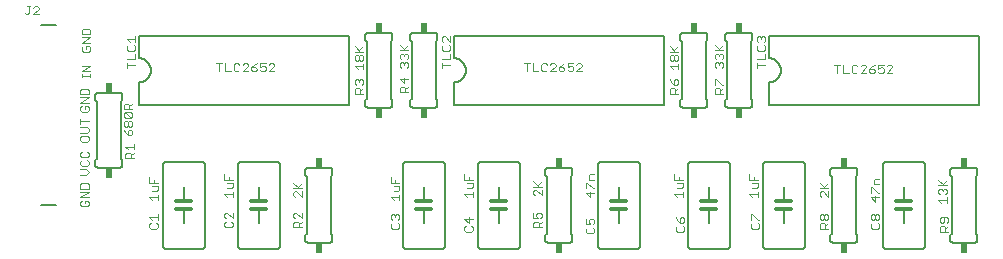
<source format=gto>
G75*
%MOIN*%
%OFA0B0*%
%FSLAX25Y25*%
%IPPOS*%
%LPD*%
%AMOC8*
5,1,8,0,0,1.08239X$1,22.5*
%
%ADD10C,0.00400*%
%ADD11C,0.00600*%
%ADD12C,0.01200*%
%ADD13R,0.02400X0.03400*%
%ADD14C,0.00800*%
D10*
X0054548Y0023659D02*
X0055007Y0023200D01*
X0056841Y0023200D01*
X0057300Y0023659D01*
X0057300Y0024576D01*
X0056841Y0025035D01*
X0057300Y0026100D02*
X0057300Y0027935D01*
X0057300Y0027017D02*
X0054548Y0027017D01*
X0055465Y0026100D01*
X0055007Y0025035D02*
X0054548Y0024576D01*
X0054548Y0023659D01*
X0034300Y0031159D02*
X0033841Y0030700D01*
X0032007Y0030700D01*
X0031548Y0031159D01*
X0031548Y0032076D01*
X0032007Y0032535D01*
X0032924Y0032535D02*
X0032924Y0031617D01*
X0032924Y0032535D02*
X0033841Y0032535D01*
X0034300Y0032076D01*
X0034300Y0031159D01*
X0034300Y0033600D02*
X0031548Y0033600D01*
X0034300Y0035435D01*
X0031548Y0035435D01*
X0031548Y0036500D02*
X0031548Y0037876D01*
X0032007Y0038335D01*
X0033841Y0038335D01*
X0034300Y0037876D01*
X0034300Y0036500D01*
X0031548Y0036500D01*
X0031548Y0041200D02*
X0033383Y0041200D01*
X0034300Y0042117D01*
X0033383Y0043035D01*
X0031548Y0043035D01*
X0032007Y0044100D02*
X0033841Y0044100D01*
X0034300Y0044559D01*
X0034300Y0045476D01*
X0033841Y0045935D01*
X0033841Y0047000D02*
X0034300Y0047459D01*
X0034300Y0048376D01*
X0033841Y0048835D01*
X0032007Y0048835D02*
X0031548Y0048376D01*
X0031548Y0047459D01*
X0032007Y0047000D01*
X0033841Y0047000D01*
X0032007Y0045935D02*
X0031548Y0045476D01*
X0031548Y0044559D01*
X0032007Y0044100D01*
X0046548Y0046700D02*
X0046548Y0048076D01*
X0047007Y0048535D01*
X0047924Y0048535D01*
X0048383Y0048076D01*
X0048383Y0046700D01*
X0049300Y0046700D02*
X0046548Y0046700D01*
X0048383Y0047617D02*
X0049300Y0048535D01*
X0049300Y0049600D02*
X0049300Y0051435D01*
X0049300Y0050517D02*
X0046548Y0050517D01*
X0047465Y0049600D01*
X0034300Y0052659D02*
X0034300Y0053576D01*
X0033841Y0054035D01*
X0032007Y0054035D01*
X0031548Y0053576D01*
X0031548Y0052659D01*
X0032007Y0052200D01*
X0033841Y0052200D01*
X0034300Y0052659D01*
X0033841Y0055100D02*
X0034300Y0055559D01*
X0034300Y0056476D01*
X0033841Y0056935D01*
X0031548Y0056935D01*
X0031548Y0058000D02*
X0031548Y0059835D01*
X0031548Y0058918D02*
X0034300Y0058918D01*
X0033841Y0062200D02*
X0034300Y0062659D01*
X0034300Y0063576D01*
X0033841Y0064035D01*
X0032924Y0064035D01*
X0032924Y0063117D01*
X0032007Y0062200D02*
X0033841Y0062200D01*
X0032007Y0062200D02*
X0031548Y0062659D01*
X0031548Y0063576D01*
X0032007Y0064035D01*
X0031548Y0065100D02*
X0034300Y0066935D01*
X0031548Y0066935D01*
X0031548Y0068000D02*
X0031548Y0069376D01*
X0032007Y0069835D01*
X0033841Y0069835D01*
X0034300Y0069376D01*
X0034300Y0068000D01*
X0031548Y0068000D01*
X0031548Y0065100D02*
X0034300Y0065100D01*
X0046048Y0064376D02*
X0046048Y0063000D01*
X0048800Y0063000D01*
X0047883Y0063000D02*
X0047883Y0064376D01*
X0047424Y0064835D01*
X0046507Y0064835D01*
X0046048Y0064376D01*
X0047883Y0063918D02*
X0048800Y0064835D01*
X0048341Y0061935D02*
X0046507Y0061935D01*
X0048341Y0060100D01*
X0048800Y0060559D01*
X0048800Y0061476D01*
X0048341Y0061935D01*
X0046507Y0061935D02*
X0046048Y0061476D01*
X0046048Y0060559D01*
X0046507Y0060100D01*
X0048341Y0060100D01*
X0048341Y0059035D02*
X0048800Y0058576D01*
X0048800Y0057659D01*
X0048341Y0057200D01*
X0047883Y0057200D01*
X0047424Y0057659D01*
X0047424Y0058576D01*
X0047883Y0059035D01*
X0048341Y0059035D01*
X0047424Y0058576D02*
X0046965Y0059035D01*
X0046507Y0059035D01*
X0046048Y0058576D01*
X0046048Y0057659D01*
X0046507Y0057200D01*
X0046965Y0057200D01*
X0047424Y0057659D01*
X0047883Y0056135D02*
X0047424Y0055676D01*
X0047424Y0054300D01*
X0048341Y0054300D01*
X0048800Y0054759D01*
X0048800Y0055676D01*
X0048341Y0056135D01*
X0047883Y0056135D01*
X0046507Y0055217D02*
X0047424Y0054300D01*
X0046507Y0055217D02*
X0046048Y0056135D01*
X0033841Y0055100D02*
X0031548Y0055100D01*
X0054548Y0040335D02*
X0054548Y0038500D01*
X0057300Y0038500D01*
X0057300Y0037435D02*
X0055465Y0037435D01*
X0055924Y0038500D02*
X0055924Y0039418D01*
X0057300Y0037435D02*
X0057300Y0036059D01*
X0056841Y0035600D01*
X0055465Y0035600D01*
X0057300Y0034535D02*
X0057300Y0032700D01*
X0057300Y0033617D02*
X0054548Y0033617D01*
X0055465Y0032700D01*
X0079548Y0034617D02*
X0080465Y0033700D01*
X0079548Y0034617D02*
X0082300Y0034617D01*
X0082300Y0033700D02*
X0082300Y0035535D01*
X0081841Y0036600D02*
X0082300Y0037059D01*
X0082300Y0038435D01*
X0080465Y0038435D01*
X0080924Y0039500D02*
X0080924Y0040418D01*
X0079548Y0041335D02*
X0079548Y0039500D01*
X0082300Y0039500D01*
X0081841Y0036600D02*
X0080465Y0036600D01*
X0102548Y0036700D02*
X0105300Y0036700D01*
X0104383Y0036700D02*
X0102548Y0038535D01*
X0103924Y0037159D02*
X0105300Y0038535D01*
X0105300Y0035635D02*
X0105300Y0033800D01*
X0103465Y0035635D01*
X0103007Y0035635D01*
X0102548Y0035176D01*
X0102548Y0034259D01*
X0103007Y0033800D01*
X0103007Y0028435D02*
X0102548Y0027976D01*
X0102548Y0027059D01*
X0103007Y0026600D01*
X0103007Y0025535D02*
X0103924Y0025535D01*
X0104383Y0025076D01*
X0104383Y0023700D01*
X0105300Y0023700D02*
X0102548Y0023700D01*
X0102548Y0025076D01*
X0103007Y0025535D01*
X0104383Y0024617D02*
X0105300Y0025535D01*
X0105300Y0026600D02*
X0103465Y0028435D01*
X0103007Y0028435D01*
X0105300Y0028435D02*
X0105300Y0026600D01*
X0082300Y0026600D02*
X0080465Y0028435D01*
X0080007Y0028435D01*
X0079548Y0027976D01*
X0079548Y0027059D01*
X0080007Y0026600D01*
X0080007Y0025535D02*
X0079548Y0025076D01*
X0079548Y0024159D01*
X0080007Y0023700D01*
X0081841Y0023700D01*
X0082300Y0024159D01*
X0082300Y0025076D01*
X0081841Y0025535D01*
X0082300Y0026600D02*
X0082300Y0028435D01*
X0135048Y0027476D02*
X0135048Y0026559D01*
X0135507Y0026100D01*
X0135507Y0025035D02*
X0135048Y0024576D01*
X0135048Y0023659D01*
X0135507Y0023200D01*
X0137341Y0023200D01*
X0137800Y0023659D01*
X0137800Y0024576D01*
X0137341Y0025035D01*
X0137341Y0026100D02*
X0137800Y0026559D01*
X0137800Y0027476D01*
X0137341Y0027935D01*
X0136883Y0027935D01*
X0136424Y0027476D01*
X0136424Y0027017D01*
X0136424Y0027476D02*
X0135965Y0027935D01*
X0135507Y0027935D01*
X0135048Y0027476D01*
X0135965Y0032700D02*
X0135048Y0033617D01*
X0137800Y0033617D01*
X0137800Y0032700D02*
X0137800Y0034535D01*
X0137341Y0035600D02*
X0135965Y0035600D01*
X0137341Y0035600D02*
X0137800Y0036059D01*
X0137800Y0037435D01*
X0135965Y0037435D01*
X0136424Y0038500D02*
X0136424Y0039418D01*
X0135048Y0040335D02*
X0135048Y0038500D01*
X0137800Y0038500D01*
X0159548Y0039500D02*
X0159548Y0041335D01*
X0160924Y0040418D02*
X0160924Y0039500D01*
X0160465Y0038435D02*
X0162300Y0038435D01*
X0162300Y0037059D01*
X0161841Y0036600D01*
X0160465Y0036600D01*
X0162300Y0035535D02*
X0162300Y0033700D01*
X0162300Y0034617D02*
X0159548Y0034617D01*
X0160465Y0033700D01*
X0159548Y0039500D02*
X0162300Y0039500D01*
X0182548Y0039035D02*
X0184383Y0037200D01*
X0183924Y0037659D02*
X0185300Y0039035D01*
X0185300Y0037200D02*
X0182548Y0037200D01*
X0183007Y0036135D02*
X0182548Y0035676D01*
X0182548Y0034759D01*
X0183007Y0034300D01*
X0183465Y0036135D02*
X0185300Y0034300D01*
X0185300Y0036135D01*
X0183465Y0036135D02*
X0183007Y0036135D01*
X0200048Y0036600D02*
X0200048Y0038435D01*
X0200507Y0038435D01*
X0202341Y0036600D01*
X0202800Y0036600D01*
X0201424Y0035535D02*
X0201424Y0033700D01*
X0200048Y0035076D01*
X0202800Y0035076D01*
X0202800Y0039500D02*
X0200965Y0039500D01*
X0200965Y0040876D01*
X0201424Y0041335D01*
X0202800Y0041335D01*
X0229548Y0041335D02*
X0229548Y0039500D01*
X0232300Y0039500D01*
X0232300Y0038435D02*
X0230465Y0038435D01*
X0230924Y0039500D02*
X0230924Y0040418D01*
X0232300Y0038435D02*
X0232300Y0037059D01*
X0231841Y0036600D01*
X0230465Y0036600D01*
X0232300Y0035535D02*
X0232300Y0033700D01*
X0232300Y0034617D02*
X0229548Y0034617D01*
X0230465Y0033700D01*
X0230048Y0026935D02*
X0230507Y0026017D01*
X0231424Y0025100D01*
X0231424Y0026476D01*
X0231883Y0026935D01*
X0232341Y0026935D01*
X0232800Y0026476D01*
X0232800Y0025559D01*
X0232341Y0025100D01*
X0231424Y0025100D01*
X0230507Y0024035D02*
X0230048Y0023576D01*
X0230048Y0022659D01*
X0230507Y0022200D01*
X0232341Y0022200D01*
X0232800Y0022659D01*
X0232800Y0023576D01*
X0232341Y0024035D01*
X0255048Y0023659D02*
X0255507Y0023200D01*
X0257341Y0023200D01*
X0257800Y0023659D01*
X0257800Y0024576D01*
X0257341Y0025035D01*
X0257341Y0026100D02*
X0257800Y0026100D01*
X0257341Y0026100D02*
X0255507Y0027935D01*
X0255048Y0027935D01*
X0255048Y0026100D01*
X0255507Y0025035D02*
X0255048Y0024576D01*
X0255048Y0023659D01*
X0278048Y0023200D02*
X0278048Y0024576D01*
X0278507Y0025035D01*
X0279424Y0025035D01*
X0279883Y0024576D01*
X0279883Y0023200D01*
X0280800Y0023200D02*
X0278048Y0023200D01*
X0279883Y0024117D02*
X0280800Y0025035D01*
X0280341Y0026100D02*
X0279883Y0026100D01*
X0279424Y0026559D01*
X0279424Y0027476D01*
X0279883Y0027935D01*
X0280341Y0027935D01*
X0280800Y0027476D01*
X0280800Y0026559D01*
X0280341Y0026100D01*
X0279424Y0026559D02*
X0278965Y0026100D01*
X0278507Y0026100D01*
X0278048Y0026559D01*
X0278048Y0027476D01*
X0278507Y0027935D01*
X0278965Y0027935D01*
X0279424Y0027476D01*
X0295048Y0027476D02*
X0295048Y0026559D01*
X0295507Y0026100D01*
X0295965Y0026100D01*
X0296424Y0026559D01*
X0296424Y0027476D01*
X0296883Y0027935D01*
X0297341Y0027935D01*
X0297800Y0027476D01*
X0297800Y0026559D01*
X0297341Y0026100D01*
X0296883Y0026100D01*
X0296424Y0026559D01*
X0296424Y0027476D02*
X0295965Y0027935D01*
X0295507Y0027935D01*
X0295048Y0027476D01*
X0295507Y0025035D02*
X0295048Y0024576D01*
X0295048Y0023659D01*
X0295507Y0023200D01*
X0297341Y0023200D01*
X0297800Y0023659D01*
X0297800Y0024576D01*
X0297341Y0025035D01*
X0296424Y0032200D02*
X0296424Y0034035D01*
X0297341Y0035100D02*
X0297800Y0035100D01*
X0297341Y0035100D02*
X0295507Y0036935D01*
X0295048Y0036935D01*
X0295048Y0035100D01*
X0295048Y0033576D02*
X0296424Y0032200D01*
X0297800Y0033576D02*
X0295048Y0033576D01*
X0295965Y0038000D02*
X0295965Y0039376D01*
X0296424Y0039835D01*
X0297800Y0039835D01*
X0297800Y0038000D02*
X0295965Y0038000D01*
X0280800Y0038535D02*
X0279424Y0037159D01*
X0279883Y0036700D02*
X0278048Y0038535D01*
X0278048Y0036700D02*
X0280800Y0036700D01*
X0280800Y0035635D02*
X0280800Y0033800D01*
X0278965Y0035635D01*
X0278507Y0035635D01*
X0278048Y0035176D01*
X0278048Y0034259D01*
X0278507Y0033800D01*
X0257300Y0033700D02*
X0257300Y0035535D01*
X0257300Y0034617D02*
X0254548Y0034617D01*
X0255465Y0033700D01*
X0255465Y0036600D02*
X0256841Y0036600D01*
X0257300Y0037059D01*
X0257300Y0038435D01*
X0255465Y0038435D01*
X0255924Y0039500D02*
X0255924Y0040418D01*
X0254548Y0041335D02*
X0254548Y0039500D01*
X0257300Y0039500D01*
X0202800Y0025976D02*
X0202800Y0025059D01*
X0202341Y0024600D01*
X0201424Y0024600D02*
X0200965Y0025517D01*
X0200965Y0025976D01*
X0201424Y0026435D01*
X0202341Y0026435D01*
X0202800Y0025976D01*
X0201424Y0024600D02*
X0200048Y0024600D01*
X0200048Y0026435D01*
X0200507Y0023535D02*
X0200048Y0023076D01*
X0200048Y0022159D01*
X0200507Y0021700D01*
X0202341Y0021700D01*
X0202800Y0022159D01*
X0202800Y0023076D01*
X0202341Y0023535D01*
X0185300Y0023700D02*
X0182548Y0023700D01*
X0182548Y0025076D01*
X0183007Y0025535D01*
X0183924Y0025535D01*
X0184383Y0025076D01*
X0184383Y0023700D01*
X0184383Y0024617D02*
X0185300Y0025535D01*
X0184841Y0026600D02*
X0185300Y0027059D01*
X0185300Y0027976D01*
X0184841Y0028435D01*
X0183924Y0028435D01*
X0183465Y0027976D01*
X0183465Y0027517D01*
X0183924Y0026600D01*
X0182548Y0026600D01*
X0182548Y0028435D01*
X0162300Y0026476D02*
X0159548Y0026476D01*
X0160924Y0025100D01*
X0160924Y0026935D01*
X0160007Y0024035D02*
X0159548Y0023576D01*
X0159548Y0022659D01*
X0160007Y0022200D01*
X0161841Y0022200D01*
X0162300Y0022659D01*
X0162300Y0023576D01*
X0161841Y0024035D01*
X0125800Y0068200D02*
X0123048Y0068200D01*
X0123048Y0069576D01*
X0123507Y0070035D01*
X0124424Y0070035D01*
X0124883Y0069576D01*
X0124883Y0068200D01*
X0124883Y0069117D02*
X0125800Y0070035D01*
X0125341Y0071100D02*
X0125800Y0071559D01*
X0125800Y0072476D01*
X0125341Y0072935D01*
X0124883Y0072935D01*
X0124424Y0072476D01*
X0124424Y0072017D01*
X0124424Y0072476D02*
X0123965Y0072935D01*
X0123507Y0072935D01*
X0123048Y0072476D01*
X0123048Y0071559D01*
X0123507Y0071100D01*
X0123965Y0076300D02*
X0123048Y0077217D01*
X0125800Y0077217D01*
X0125800Y0076300D02*
X0125800Y0078135D01*
X0125341Y0079200D02*
X0124883Y0079200D01*
X0124424Y0079659D01*
X0124424Y0080576D01*
X0124883Y0081035D01*
X0125341Y0081035D01*
X0125800Y0080576D01*
X0125800Y0079659D01*
X0125341Y0079200D01*
X0124424Y0079659D02*
X0123965Y0079200D01*
X0123507Y0079200D01*
X0123048Y0079659D01*
X0123048Y0080576D01*
X0123507Y0081035D01*
X0123965Y0081035D01*
X0124424Y0080576D01*
X0124883Y0082100D02*
X0123048Y0083935D01*
X0123048Y0082100D02*
X0125800Y0082100D01*
X0124424Y0082559D02*
X0125800Y0083935D01*
X0138048Y0084435D02*
X0139883Y0082600D01*
X0139424Y0083059D02*
X0140800Y0084435D01*
X0140800Y0082600D02*
X0138048Y0082600D01*
X0138507Y0081535D02*
X0138965Y0081535D01*
X0139424Y0081076D01*
X0139883Y0081535D01*
X0140341Y0081535D01*
X0140800Y0081076D01*
X0140800Y0080159D01*
X0140341Y0079700D01*
X0140341Y0078635D02*
X0140800Y0078176D01*
X0140800Y0077259D01*
X0140341Y0076800D01*
X0139424Y0077717D02*
X0139424Y0078176D01*
X0139883Y0078635D01*
X0140341Y0078635D01*
X0139424Y0078176D02*
X0138965Y0078635D01*
X0138507Y0078635D01*
X0138048Y0078176D01*
X0138048Y0077259D01*
X0138507Y0076800D01*
X0138507Y0079700D02*
X0138048Y0080159D01*
X0138048Y0081076D01*
X0138507Y0081535D01*
X0139424Y0081076D02*
X0139424Y0080617D01*
X0152048Y0079600D02*
X0154800Y0079600D01*
X0154800Y0081435D01*
X0154341Y0082500D02*
X0152507Y0082500D01*
X0152048Y0082959D01*
X0152048Y0083876D01*
X0152507Y0084335D01*
X0152507Y0085400D02*
X0152048Y0085859D01*
X0152048Y0086776D01*
X0152507Y0087235D01*
X0152965Y0087235D01*
X0154800Y0085400D01*
X0154800Y0087235D01*
X0154341Y0084335D02*
X0154800Y0083876D01*
X0154800Y0082959D01*
X0154341Y0082500D01*
X0152048Y0078535D02*
X0152048Y0076700D01*
X0152048Y0077617D02*
X0154800Y0077617D01*
X0140800Y0072976D02*
X0138048Y0072976D01*
X0139424Y0071600D01*
X0139424Y0073435D01*
X0139424Y0070535D02*
X0139883Y0070076D01*
X0139883Y0068700D01*
X0140800Y0068700D02*
X0138048Y0068700D01*
X0138048Y0070076D01*
X0138507Y0070535D01*
X0139424Y0070535D01*
X0139883Y0069617D02*
X0140800Y0070535D01*
X0179399Y0078302D02*
X0181234Y0078302D01*
X0180316Y0078302D02*
X0180316Y0075550D01*
X0182299Y0075550D02*
X0184134Y0075550D01*
X0185199Y0076009D02*
X0185658Y0075550D01*
X0186575Y0075550D01*
X0187034Y0076009D01*
X0188100Y0075550D02*
X0189934Y0077385D01*
X0189934Y0077844D01*
X0189475Y0078302D01*
X0188558Y0078302D01*
X0188100Y0077844D01*
X0187034Y0077844D02*
X0186575Y0078302D01*
X0185658Y0078302D01*
X0185199Y0077844D01*
X0185199Y0076009D01*
X0182299Y0075550D02*
X0182299Y0078302D01*
X0188100Y0075550D02*
X0189934Y0075550D01*
X0191000Y0076009D02*
X0191458Y0075550D01*
X0192376Y0075550D01*
X0192834Y0076009D01*
X0192834Y0076468D01*
X0192376Y0076926D01*
X0191000Y0076926D01*
X0191000Y0076009D01*
X0191000Y0076926D02*
X0191917Y0077844D01*
X0192834Y0078302D01*
X0193900Y0078302D02*
X0193900Y0076926D01*
X0194817Y0077385D01*
X0195276Y0077385D01*
X0195734Y0076926D01*
X0195734Y0076009D01*
X0195276Y0075550D01*
X0194358Y0075550D01*
X0193900Y0076009D01*
X0196800Y0075550D02*
X0198634Y0077385D01*
X0198634Y0077844D01*
X0198176Y0078302D01*
X0197259Y0078302D01*
X0196800Y0077844D01*
X0195734Y0078302D02*
X0193900Y0078302D01*
X0196800Y0075550D02*
X0198634Y0075550D01*
X0228048Y0077217D02*
X0228965Y0076300D01*
X0228048Y0077217D02*
X0230800Y0077217D01*
X0230800Y0076300D02*
X0230800Y0078135D01*
X0230341Y0079200D02*
X0229883Y0079200D01*
X0229424Y0079659D01*
X0229424Y0080576D01*
X0229883Y0081035D01*
X0230341Y0081035D01*
X0230800Y0080576D01*
X0230800Y0079659D01*
X0230341Y0079200D01*
X0229424Y0079659D02*
X0228965Y0079200D01*
X0228507Y0079200D01*
X0228048Y0079659D01*
X0228048Y0080576D01*
X0228507Y0081035D01*
X0228965Y0081035D01*
X0229424Y0080576D01*
X0229883Y0082100D02*
X0228048Y0083935D01*
X0228048Y0082100D02*
X0230800Y0082100D01*
X0229424Y0082559D02*
X0230800Y0083935D01*
X0243048Y0084435D02*
X0244883Y0082600D01*
X0244424Y0083059D02*
X0245800Y0084435D01*
X0245800Y0082600D02*
X0243048Y0082600D01*
X0243507Y0081535D02*
X0243965Y0081535D01*
X0244424Y0081076D01*
X0244883Y0081535D01*
X0245341Y0081535D01*
X0245800Y0081076D01*
X0245800Y0080159D01*
X0245341Y0079700D01*
X0245341Y0078635D02*
X0245800Y0078176D01*
X0245800Y0077259D01*
X0245341Y0076800D01*
X0244424Y0077717D02*
X0244424Y0078176D01*
X0244883Y0078635D01*
X0245341Y0078635D01*
X0244424Y0078176D02*
X0243965Y0078635D01*
X0243507Y0078635D01*
X0243048Y0078176D01*
X0243048Y0077259D01*
X0243507Y0076800D01*
X0243507Y0079700D02*
X0243048Y0080159D01*
X0243048Y0081076D01*
X0243507Y0081535D01*
X0244424Y0081076D02*
X0244424Y0080617D01*
X0257048Y0079600D02*
X0259800Y0079600D01*
X0259800Y0081435D01*
X0259341Y0082500D02*
X0259800Y0082959D01*
X0259800Y0083876D01*
X0259341Y0084335D01*
X0259341Y0085400D02*
X0259800Y0085859D01*
X0259800Y0086776D01*
X0259341Y0087235D01*
X0258883Y0087235D01*
X0258424Y0086776D01*
X0258424Y0086318D01*
X0258424Y0086776D02*
X0257965Y0087235D01*
X0257507Y0087235D01*
X0257048Y0086776D01*
X0257048Y0085859D01*
X0257507Y0085400D01*
X0257507Y0084335D02*
X0257048Y0083876D01*
X0257048Y0082959D01*
X0257507Y0082500D01*
X0259341Y0082500D01*
X0257048Y0078535D02*
X0257048Y0076700D01*
X0257048Y0077617D02*
X0259800Y0077617D01*
X0245341Y0071100D02*
X0243507Y0072935D01*
X0243048Y0072935D01*
X0243048Y0071100D01*
X0243507Y0070035D02*
X0244424Y0070035D01*
X0244883Y0069576D01*
X0244883Y0068200D01*
X0245800Y0068200D02*
X0243048Y0068200D01*
X0243048Y0069576D01*
X0243507Y0070035D01*
X0244883Y0069117D02*
X0245800Y0070035D01*
X0245800Y0071100D02*
X0245341Y0071100D01*
X0230800Y0071559D02*
X0230800Y0072476D01*
X0230341Y0072935D01*
X0229883Y0072935D01*
X0229424Y0072476D01*
X0229424Y0071100D01*
X0230341Y0071100D01*
X0230800Y0071559D01*
X0229424Y0071100D02*
X0228507Y0072017D01*
X0228048Y0072935D01*
X0228507Y0070035D02*
X0229424Y0070035D01*
X0229883Y0069576D01*
X0229883Y0068200D01*
X0230800Y0068200D02*
X0228048Y0068200D01*
X0228048Y0069576D01*
X0228507Y0070035D01*
X0229883Y0069117D02*
X0230800Y0070035D01*
X0282899Y0077802D02*
X0284734Y0077802D01*
X0283816Y0077802D02*
X0283816Y0075050D01*
X0285799Y0075050D02*
X0287634Y0075050D01*
X0288699Y0075509D02*
X0289158Y0075050D01*
X0290075Y0075050D01*
X0290534Y0075509D01*
X0291600Y0075050D02*
X0293434Y0076885D01*
X0293434Y0077344D01*
X0292975Y0077802D01*
X0292058Y0077802D01*
X0291600Y0077344D01*
X0290534Y0077344D02*
X0290075Y0077802D01*
X0289158Y0077802D01*
X0288699Y0077344D01*
X0288699Y0075509D01*
X0285799Y0075050D02*
X0285799Y0077802D01*
X0291600Y0075050D02*
X0293434Y0075050D01*
X0294500Y0075509D02*
X0294958Y0075050D01*
X0295876Y0075050D01*
X0296334Y0075509D01*
X0296334Y0075968D01*
X0295876Y0076426D01*
X0294500Y0076426D01*
X0294500Y0075509D01*
X0294500Y0076426D02*
X0295417Y0077344D01*
X0296334Y0077802D01*
X0297400Y0077802D02*
X0297400Y0076426D01*
X0298317Y0076885D01*
X0298776Y0076885D01*
X0299234Y0076426D01*
X0299234Y0075509D01*
X0298776Y0075050D01*
X0297858Y0075050D01*
X0297400Y0075509D01*
X0300300Y0075050D02*
X0302134Y0076885D01*
X0302134Y0077344D01*
X0301676Y0077802D01*
X0300759Y0077802D01*
X0300300Y0077344D01*
X0299234Y0077802D02*
X0297400Y0077802D01*
X0300300Y0075050D02*
X0302134Y0075050D01*
X0317548Y0039435D02*
X0319383Y0037600D01*
X0318924Y0038059D02*
X0320300Y0039435D01*
X0320300Y0037600D02*
X0317548Y0037600D01*
X0318007Y0036535D02*
X0317548Y0036076D01*
X0317548Y0035159D01*
X0318007Y0034700D01*
X0318924Y0035617D02*
X0318924Y0036076D01*
X0319383Y0036535D01*
X0319841Y0036535D01*
X0320300Y0036076D01*
X0320300Y0035159D01*
X0319841Y0034700D01*
X0320300Y0033635D02*
X0320300Y0031800D01*
X0320300Y0032717D02*
X0317548Y0032717D01*
X0318465Y0031800D01*
X0318924Y0036076D02*
X0318465Y0036535D01*
X0318007Y0036535D01*
X0318507Y0026935D02*
X0318048Y0026476D01*
X0318048Y0025559D01*
X0318507Y0025100D01*
X0318965Y0025100D01*
X0319424Y0025559D01*
X0319424Y0026935D01*
X0320341Y0026935D02*
X0318507Y0026935D01*
X0320341Y0026935D02*
X0320800Y0026476D01*
X0320800Y0025559D01*
X0320341Y0025100D01*
X0320800Y0024035D02*
X0319883Y0023117D01*
X0319883Y0023576D02*
X0319883Y0022200D01*
X0320800Y0022200D02*
X0318048Y0022200D01*
X0318048Y0023576D01*
X0318507Y0024035D01*
X0319424Y0024035D01*
X0319883Y0023576D01*
X0096134Y0075550D02*
X0094300Y0075550D01*
X0096134Y0077385D01*
X0096134Y0077844D01*
X0095676Y0078302D01*
X0094759Y0078302D01*
X0094300Y0077844D01*
X0093234Y0078302D02*
X0091400Y0078302D01*
X0091400Y0076926D01*
X0092317Y0077385D01*
X0092776Y0077385D01*
X0093234Y0076926D01*
X0093234Y0076009D01*
X0092776Y0075550D01*
X0091858Y0075550D01*
X0091400Y0076009D01*
X0090334Y0076009D02*
X0090334Y0076468D01*
X0089876Y0076926D01*
X0088500Y0076926D01*
X0088500Y0076009D01*
X0088958Y0075550D01*
X0089876Y0075550D01*
X0090334Y0076009D01*
X0088500Y0076926D02*
X0089417Y0077844D01*
X0090334Y0078302D01*
X0087434Y0077844D02*
X0087434Y0077385D01*
X0085600Y0075550D01*
X0087434Y0075550D01*
X0084534Y0076009D02*
X0084075Y0075550D01*
X0083158Y0075550D01*
X0082699Y0076009D01*
X0082699Y0077844D01*
X0083158Y0078302D01*
X0084075Y0078302D01*
X0084534Y0077844D01*
X0085600Y0077844D02*
X0086058Y0078302D01*
X0086975Y0078302D01*
X0087434Y0077844D01*
X0081634Y0075550D02*
X0079799Y0075550D01*
X0079799Y0078302D01*
X0078734Y0078302D02*
X0076899Y0078302D01*
X0077816Y0078302D02*
X0077816Y0075550D01*
X0049800Y0077617D02*
X0047048Y0077617D01*
X0047048Y0076700D02*
X0047048Y0078535D01*
X0047048Y0079600D02*
X0049800Y0079600D01*
X0049800Y0081435D01*
X0049341Y0082500D02*
X0047507Y0082500D01*
X0047048Y0082959D01*
X0047048Y0083876D01*
X0047507Y0084335D01*
X0047965Y0085400D02*
X0047048Y0086318D01*
X0049800Y0086318D01*
X0049800Y0087235D02*
X0049800Y0085400D01*
X0049341Y0084335D02*
X0049800Y0083876D01*
X0049800Y0082959D01*
X0049341Y0082500D01*
X0034800Y0082659D02*
X0034800Y0083576D01*
X0034341Y0084035D01*
X0033424Y0084035D01*
X0033424Y0083117D01*
X0032507Y0082200D02*
X0034341Y0082200D01*
X0034800Y0082659D01*
X0032507Y0082200D02*
X0032048Y0082659D01*
X0032048Y0083576D01*
X0032507Y0084035D01*
X0032048Y0085100D02*
X0034800Y0086935D01*
X0032048Y0086935D01*
X0032048Y0088000D02*
X0032048Y0089376D01*
X0032507Y0089835D01*
X0034341Y0089835D01*
X0034800Y0089376D01*
X0034800Y0088000D01*
X0032048Y0088000D01*
X0032048Y0085100D02*
X0034800Y0085100D01*
X0034800Y0077468D02*
X0032048Y0077468D01*
X0032048Y0075633D02*
X0034800Y0077468D01*
X0034800Y0075633D02*
X0032048Y0075633D01*
X0032048Y0074617D02*
X0032048Y0073700D01*
X0032048Y0074159D02*
X0034800Y0074159D01*
X0034800Y0074617D02*
X0034800Y0073700D01*
X0017635Y0094550D02*
X0015800Y0094550D01*
X0017635Y0096385D01*
X0017635Y0096844D01*
X0017176Y0097302D01*
X0016259Y0097302D01*
X0015800Y0096844D01*
X0014734Y0097302D02*
X0013817Y0097302D01*
X0014276Y0097302D02*
X0014276Y0095009D01*
X0013817Y0094550D01*
X0013358Y0094550D01*
X0012900Y0095009D01*
D11*
X0059000Y0044500D02*
X0059000Y0017500D01*
X0059002Y0017440D01*
X0059007Y0017379D01*
X0059016Y0017320D01*
X0059029Y0017261D01*
X0059045Y0017202D01*
X0059065Y0017145D01*
X0059088Y0017090D01*
X0059115Y0017035D01*
X0059144Y0016983D01*
X0059177Y0016932D01*
X0059213Y0016883D01*
X0059251Y0016837D01*
X0059293Y0016793D01*
X0059337Y0016751D01*
X0059383Y0016713D01*
X0059432Y0016677D01*
X0059483Y0016644D01*
X0059535Y0016615D01*
X0059590Y0016588D01*
X0059645Y0016565D01*
X0059702Y0016545D01*
X0059761Y0016529D01*
X0059820Y0016516D01*
X0059879Y0016507D01*
X0059940Y0016502D01*
X0060000Y0016500D01*
X0072000Y0016500D01*
X0072060Y0016502D01*
X0072121Y0016507D01*
X0072180Y0016516D01*
X0072239Y0016529D01*
X0072298Y0016545D01*
X0072355Y0016565D01*
X0072410Y0016588D01*
X0072465Y0016615D01*
X0072517Y0016644D01*
X0072568Y0016677D01*
X0072617Y0016713D01*
X0072663Y0016751D01*
X0072707Y0016793D01*
X0072749Y0016837D01*
X0072787Y0016883D01*
X0072823Y0016932D01*
X0072856Y0016983D01*
X0072885Y0017035D01*
X0072912Y0017090D01*
X0072935Y0017145D01*
X0072955Y0017202D01*
X0072971Y0017261D01*
X0072984Y0017320D01*
X0072993Y0017379D01*
X0072998Y0017440D01*
X0073000Y0017500D01*
X0073000Y0044500D01*
X0072998Y0044560D01*
X0072993Y0044621D01*
X0072984Y0044680D01*
X0072971Y0044739D01*
X0072955Y0044798D01*
X0072935Y0044855D01*
X0072912Y0044910D01*
X0072885Y0044965D01*
X0072856Y0045017D01*
X0072823Y0045068D01*
X0072787Y0045117D01*
X0072749Y0045163D01*
X0072707Y0045207D01*
X0072663Y0045249D01*
X0072617Y0045287D01*
X0072568Y0045323D01*
X0072517Y0045356D01*
X0072465Y0045385D01*
X0072410Y0045412D01*
X0072355Y0045435D01*
X0072298Y0045455D01*
X0072239Y0045471D01*
X0072180Y0045484D01*
X0072121Y0045493D01*
X0072060Y0045498D01*
X0072000Y0045500D01*
X0060000Y0045500D01*
X0059940Y0045498D01*
X0059879Y0045493D01*
X0059820Y0045484D01*
X0059761Y0045471D01*
X0059702Y0045455D01*
X0059645Y0045435D01*
X0059590Y0045412D01*
X0059535Y0045385D01*
X0059483Y0045356D01*
X0059432Y0045323D01*
X0059383Y0045287D01*
X0059337Y0045249D01*
X0059293Y0045207D01*
X0059251Y0045163D01*
X0059213Y0045117D01*
X0059177Y0045068D01*
X0059144Y0045017D01*
X0059115Y0044965D01*
X0059088Y0044910D01*
X0059065Y0044855D01*
X0059045Y0044798D01*
X0059029Y0044739D01*
X0059016Y0044680D01*
X0059007Y0044621D01*
X0059002Y0044560D01*
X0059000Y0044500D01*
X0045500Y0044500D02*
X0045500Y0046000D01*
X0045000Y0046500D01*
X0045000Y0065500D01*
X0045500Y0066000D01*
X0045500Y0067500D01*
X0045498Y0067560D01*
X0045493Y0067621D01*
X0045484Y0067680D01*
X0045471Y0067739D01*
X0045455Y0067798D01*
X0045435Y0067855D01*
X0045412Y0067910D01*
X0045385Y0067965D01*
X0045356Y0068017D01*
X0045323Y0068068D01*
X0045287Y0068117D01*
X0045249Y0068163D01*
X0045207Y0068207D01*
X0045163Y0068249D01*
X0045117Y0068287D01*
X0045068Y0068323D01*
X0045017Y0068356D01*
X0044965Y0068385D01*
X0044910Y0068412D01*
X0044855Y0068435D01*
X0044798Y0068455D01*
X0044739Y0068471D01*
X0044680Y0068484D01*
X0044621Y0068493D01*
X0044560Y0068498D01*
X0044500Y0068500D01*
X0037500Y0068500D01*
X0037440Y0068498D01*
X0037379Y0068493D01*
X0037320Y0068484D01*
X0037261Y0068471D01*
X0037202Y0068455D01*
X0037145Y0068435D01*
X0037090Y0068412D01*
X0037035Y0068385D01*
X0036983Y0068356D01*
X0036932Y0068323D01*
X0036883Y0068287D01*
X0036837Y0068249D01*
X0036793Y0068207D01*
X0036751Y0068163D01*
X0036713Y0068117D01*
X0036677Y0068068D01*
X0036644Y0068017D01*
X0036615Y0067965D01*
X0036588Y0067910D01*
X0036565Y0067855D01*
X0036545Y0067798D01*
X0036529Y0067739D01*
X0036516Y0067680D01*
X0036507Y0067621D01*
X0036502Y0067560D01*
X0036500Y0067500D01*
X0036500Y0066000D01*
X0037000Y0065500D01*
X0037000Y0046500D01*
X0036500Y0046000D01*
X0036500Y0044500D01*
X0036502Y0044440D01*
X0036507Y0044379D01*
X0036516Y0044320D01*
X0036529Y0044261D01*
X0036545Y0044202D01*
X0036565Y0044145D01*
X0036588Y0044090D01*
X0036615Y0044035D01*
X0036644Y0043983D01*
X0036677Y0043932D01*
X0036713Y0043883D01*
X0036751Y0043837D01*
X0036793Y0043793D01*
X0036837Y0043751D01*
X0036883Y0043713D01*
X0036932Y0043677D01*
X0036983Y0043644D01*
X0037035Y0043615D01*
X0037090Y0043588D01*
X0037145Y0043565D01*
X0037202Y0043545D01*
X0037261Y0043529D01*
X0037320Y0043516D01*
X0037379Y0043507D01*
X0037440Y0043502D01*
X0037500Y0043500D01*
X0044500Y0043500D01*
X0044560Y0043502D01*
X0044621Y0043507D01*
X0044680Y0043516D01*
X0044739Y0043529D01*
X0044798Y0043545D01*
X0044855Y0043565D01*
X0044910Y0043588D01*
X0044965Y0043615D01*
X0045017Y0043644D01*
X0045068Y0043677D01*
X0045117Y0043713D01*
X0045163Y0043751D01*
X0045207Y0043793D01*
X0045249Y0043837D01*
X0045287Y0043883D01*
X0045323Y0043932D01*
X0045356Y0043983D01*
X0045385Y0044035D01*
X0045412Y0044090D01*
X0045435Y0044145D01*
X0045455Y0044202D01*
X0045471Y0044261D01*
X0045484Y0044320D01*
X0045493Y0044379D01*
X0045498Y0044440D01*
X0045500Y0044500D01*
X0066000Y0037000D02*
X0066000Y0032300D01*
X0066000Y0029800D02*
X0066000Y0025000D01*
X0084000Y0017500D02*
X0084000Y0044500D01*
X0084002Y0044560D01*
X0084007Y0044621D01*
X0084016Y0044680D01*
X0084029Y0044739D01*
X0084045Y0044798D01*
X0084065Y0044855D01*
X0084088Y0044910D01*
X0084115Y0044965D01*
X0084144Y0045017D01*
X0084177Y0045068D01*
X0084213Y0045117D01*
X0084251Y0045163D01*
X0084293Y0045207D01*
X0084337Y0045249D01*
X0084383Y0045287D01*
X0084432Y0045323D01*
X0084483Y0045356D01*
X0084535Y0045385D01*
X0084590Y0045412D01*
X0084645Y0045435D01*
X0084702Y0045455D01*
X0084761Y0045471D01*
X0084820Y0045484D01*
X0084879Y0045493D01*
X0084940Y0045498D01*
X0085000Y0045500D01*
X0097000Y0045500D01*
X0097060Y0045498D01*
X0097121Y0045493D01*
X0097180Y0045484D01*
X0097239Y0045471D01*
X0097298Y0045455D01*
X0097355Y0045435D01*
X0097410Y0045412D01*
X0097465Y0045385D01*
X0097517Y0045356D01*
X0097568Y0045323D01*
X0097617Y0045287D01*
X0097663Y0045249D01*
X0097707Y0045207D01*
X0097749Y0045163D01*
X0097787Y0045117D01*
X0097823Y0045068D01*
X0097856Y0045017D01*
X0097885Y0044965D01*
X0097912Y0044910D01*
X0097935Y0044855D01*
X0097955Y0044798D01*
X0097971Y0044739D01*
X0097984Y0044680D01*
X0097993Y0044621D01*
X0097998Y0044560D01*
X0098000Y0044500D01*
X0098000Y0017500D01*
X0097998Y0017440D01*
X0097993Y0017379D01*
X0097984Y0017320D01*
X0097971Y0017261D01*
X0097955Y0017202D01*
X0097935Y0017145D01*
X0097912Y0017090D01*
X0097885Y0017035D01*
X0097856Y0016983D01*
X0097823Y0016932D01*
X0097787Y0016883D01*
X0097749Y0016837D01*
X0097707Y0016793D01*
X0097663Y0016751D01*
X0097617Y0016713D01*
X0097568Y0016677D01*
X0097517Y0016644D01*
X0097465Y0016615D01*
X0097410Y0016588D01*
X0097355Y0016565D01*
X0097298Y0016545D01*
X0097239Y0016529D01*
X0097180Y0016516D01*
X0097121Y0016507D01*
X0097060Y0016502D01*
X0097000Y0016500D01*
X0085000Y0016500D01*
X0084940Y0016502D01*
X0084879Y0016507D01*
X0084820Y0016516D01*
X0084761Y0016529D01*
X0084702Y0016545D01*
X0084645Y0016565D01*
X0084590Y0016588D01*
X0084535Y0016615D01*
X0084483Y0016644D01*
X0084432Y0016677D01*
X0084383Y0016713D01*
X0084337Y0016751D01*
X0084293Y0016793D01*
X0084251Y0016837D01*
X0084213Y0016883D01*
X0084177Y0016932D01*
X0084144Y0016983D01*
X0084115Y0017035D01*
X0084088Y0017090D01*
X0084065Y0017145D01*
X0084045Y0017202D01*
X0084029Y0017261D01*
X0084016Y0017320D01*
X0084007Y0017379D01*
X0084002Y0017440D01*
X0084000Y0017500D01*
X0091000Y0025000D02*
X0091000Y0029800D01*
X0091000Y0032300D02*
X0091000Y0037000D01*
X0106500Y0041000D02*
X0106500Y0042500D01*
X0106502Y0042560D01*
X0106507Y0042621D01*
X0106516Y0042680D01*
X0106529Y0042739D01*
X0106545Y0042798D01*
X0106565Y0042855D01*
X0106588Y0042910D01*
X0106615Y0042965D01*
X0106644Y0043017D01*
X0106677Y0043068D01*
X0106713Y0043117D01*
X0106751Y0043163D01*
X0106793Y0043207D01*
X0106837Y0043249D01*
X0106883Y0043287D01*
X0106932Y0043323D01*
X0106983Y0043356D01*
X0107035Y0043385D01*
X0107090Y0043412D01*
X0107145Y0043435D01*
X0107202Y0043455D01*
X0107261Y0043471D01*
X0107320Y0043484D01*
X0107379Y0043493D01*
X0107440Y0043498D01*
X0107500Y0043500D01*
X0114500Y0043500D01*
X0114560Y0043498D01*
X0114621Y0043493D01*
X0114680Y0043484D01*
X0114739Y0043471D01*
X0114798Y0043455D01*
X0114855Y0043435D01*
X0114910Y0043412D01*
X0114965Y0043385D01*
X0115017Y0043356D01*
X0115068Y0043323D01*
X0115117Y0043287D01*
X0115163Y0043249D01*
X0115207Y0043207D01*
X0115249Y0043163D01*
X0115287Y0043117D01*
X0115323Y0043068D01*
X0115356Y0043017D01*
X0115385Y0042965D01*
X0115412Y0042910D01*
X0115435Y0042855D01*
X0115455Y0042798D01*
X0115471Y0042739D01*
X0115484Y0042680D01*
X0115493Y0042621D01*
X0115498Y0042560D01*
X0115500Y0042500D01*
X0115500Y0041000D01*
X0115000Y0040500D01*
X0115000Y0021500D01*
X0115500Y0021000D01*
X0115500Y0019500D01*
X0115498Y0019440D01*
X0115493Y0019379D01*
X0115484Y0019320D01*
X0115471Y0019261D01*
X0115455Y0019202D01*
X0115435Y0019145D01*
X0115412Y0019090D01*
X0115385Y0019035D01*
X0115356Y0018983D01*
X0115323Y0018932D01*
X0115287Y0018883D01*
X0115249Y0018837D01*
X0115207Y0018793D01*
X0115163Y0018751D01*
X0115117Y0018713D01*
X0115068Y0018677D01*
X0115017Y0018644D01*
X0114965Y0018615D01*
X0114910Y0018588D01*
X0114855Y0018565D01*
X0114798Y0018545D01*
X0114739Y0018529D01*
X0114680Y0018516D01*
X0114621Y0018507D01*
X0114560Y0018502D01*
X0114500Y0018500D01*
X0107500Y0018500D01*
X0107440Y0018502D01*
X0107379Y0018507D01*
X0107320Y0018516D01*
X0107261Y0018529D01*
X0107202Y0018545D01*
X0107145Y0018565D01*
X0107090Y0018588D01*
X0107035Y0018615D01*
X0106983Y0018644D01*
X0106932Y0018677D01*
X0106883Y0018713D01*
X0106837Y0018751D01*
X0106793Y0018793D01*
X0106751Y0018837D01*
X0106713Y0018883D01*
X0106677Y0018932D01*
X0106644Y0018983D01*
X0106615Y0019035D01*
X0106588Y0019090D01*
X0106565Y0019145D01*
X0106545Y0019202D01*
X0106529Y0019261D01*
X0106516Y0019320D01*
X0106507Y0019379D01*
X0106502Y0019440D01*
X0106500Y0019500D01*
X0106500Y0021000D01*
X0107000Y0021500D01*
X0107000Y0040500D01*
X0106500Y0041000D01*
X0139000Y0044500D02*
X0139000Y0017500D01*
X0139002Y0017440D01*
X0139007Y0017379D01*
X0139016Y0017320D01*
X0139029Y0017261D01*
X0139045Y0017202D01*
X0139065Y0017145D01*
X0139088Y0017090D01*
X0139115Y0017035D01*
X0139144Y0016983D01*
X0139177Y0016932D01*
X0139213Y0016883D01*
X0139251Y0016837D01*
X0139293Y0016793D01*
X0139337Y0016751D01*
X0139383Y0016713D01*
X0139432Y0016677D01*
X0139483Y0016644D01*
X0139535Y0016615D01*
X0139590Y0016588D01*
X0139645Y0016565D01*
X0139702Y0016545D01*
X0139761Y0016529D01*
X0139820Y0016516D01*
X0139879Y0016507D01*
X0139940Y0016502D01*
X0140000Y0016500D01*
X0152000Y0016500D01*
X0152060Y0016502D01*
X0152121Y0016507D01*
X0152180Y0016516D01*
X0152239Y0016529D01*
X0152298Y0016545D01*
X0152355Y0016565D01*
X0152410Y0016588D01*
X0152465Y0016615D01*
X0152517Y0016644D01*
X0152568Y0016677D01*
X0152617Y0016713D01*
X0152663Y0016751D01*
X0152707Y0016793D01*
X0152749Y0016837D01*
X0152787Y0016883D01*
X0152823Y0016932D01*
X0152856Y0016983D01*
X0152885Y0017035D01*
X0152912Y0017090D01*
X0152935Y0017145D01*
X0152955Y0017202D01*
X0152971Y0017261D01*
X0152984Y0017320D01*
X0152993Y0017379D01*
X0152998Y0017440D01*
X0153000Y0017500D01*
X0153000Y0044500D01*
X0152998Y0044560D01*
X0152993Y0044621D01*
X0152984Y0044680D01*
X0152971Y0044739D01*
X0152955Y0044798D01*
X0152935Y0044855D01*
X0152912Y0044910D01*
X0152885Y0044965D01*
X0152856Y0045017D01*
X0152823Y0045068D01*
X0152787Y0045117D01*
X0152749Y0045163D01*
X0152707Y0045207D01*
X0152663Y0045249D01*
X0152617Y0045287D01*
X0152568Y0045323D01*
X0152517Y0045356D01*
X0152465Y0045385D01*
X0152410Y0045412D01*
X0152355Y0045435D01*
X0152298Y0045455D01*
X0152239Y0045471D01*
X0152180Y0045484D01*
X0152121Y0045493D01*
X0152060Y0045498D01*
X0152000Y0045500D01*
X0140000Y0045500D01*
X0139940Y0045498D01*
X0139879Y0045493D01*
X0139820Y0045484D01*
X0139761Y0045471D01*
X0139702Y0045455D01*
X0139645Y0045435D01*
X0139590Y0045412D01*
X0139535Y0045385D01*
X0139483Y0045356D01*
X0139432Y0045323D01*
X0139383Y0045287D01*
X0139337Y0045249D01*
X0139293Y0045207D01*
X0139251Y0045163D01*
X0139213Y0045117D01*
X0139177Y0045068D01*
X0139144Y0045017D01*
X0139115Y0044965D01*
X0139088Y0044910D01*
X0139065Y0044855D01*
X0139045Y0044798D01*
X0139029Y0044739D01*
X0139016Y0044680D01*
X0139007Y0044621D01*
X0139002Y0044560D01*
X0139000Y0044500D01*
X0146000Y0037000D02*
X0146000Y0032300D01*
X0146000Y0029800D02*
X0146000Y0025000D01*
X0164000Y0017500D02*
X0164000Y0044500D01*
X0164002Y0044560D01*
X0164007Y0044621D01*
X0164016Y0044680D01*
X0164029Y0044739D01*
X0164045Y0044798D01*
X0164065Y0044855D01*
X0164088Y0044910D01*
X0164115Y0044965D01*
X0164144Y0045017D01*
X0164177Y0045068D01*
X0164213Y0045117D01*
X0164251Y0045163D01*
X0164293Y0045207D01*
X0164337Y0045249D01*
X0164383Y0045287D01*
X0164432Y0045323D01*
X0164483Y0045356D01*
X0164535Y0045385D01*
X0164590Y0045412D01*
X0164645Y0045435D01*
X0164702Y0045455D01*
X0164761Y0045471D01*
X0164820Y0045484D01*
X0164879Y0045493D01*
X0164940Y0045498D01*
X0165000Y0045500D01*
X0177000Y0045500D01*
X0177060Y0045498D01*
X0177121Y0045493D01*
X0177180Y0045484D01*
X0177239Y0045471D01*
X0177298Y0045455D01*
X0177355Y0045435D01*
X0177410Y0045412D01*
X0177465Y0045385D01*
X0177517Y0045356D01*
X0177568Y0045323D01*
X0177617Y0045287D01*
X0177663Y0045249D01*
X0177707Y0045207D01*
X0177749Y0045163D01*
X0177787Y0045117D01*
X0177823Y0045068D01*
X0177856Y0045017D01*
X0177885Y0044965D01*
X0177912Y0044910D01*
X0177935Y0044855D01*
X0177955Y0044798D01*
X0177971Y0044739D01*
X0177984Y0044680D01*
X0177993Y0044621D01*
X0177998Y0044560D01*
X0178000Y0044500D01*
X0178000Y0017500D01*
X0177998Y0017440D01*
X0177993Y0017379D01*
X0177984Y0017320D01*
X0177971Y0017261D01*
X0177955Y0017202D01*
X0177935Y0017145D01*
X0177912Y0017090D01*
X0177885Y0017035D01*
X0177856Y0016983D01*
X0177823Y0016932D01*
X0177787Y0016883D01*
X0177749Y0016837D01*
X0177707Y0016793D01*
X0177663Y0016751D01*
X0177617Y0016713D01*
X0177568Y0016677D01*
X0177517Y0016644D01*
X0177465Y0016615D01*
X0177410Y0016588D01*
X0177355Y0016565D01*
X0177298Y0016545D01*
X0177239Y0016529D01*
X0177180Y0016516D01*
X0177121Y0016507D01*
X0177060Y0016502D01*
X0177000Y0016500D01*
X0165000Y0016500D01*
X0164940Y0016502D01*
X0164879Y0016507D01*
X0164820Y0016516D01*
X0164761Y0016529D01*
X0164702Y0016545D01*
X0164645Y0016565D01*
X0164590Y0016588D01*
X0164535Y0016615D01*
X0164483Y0016644D01*
X0164432Y0016677D01*
X0164383Y0016713D01*
X0164337Y0016751D01*
X0164293Y0016793D01*
X0164251Y0016837D01*
X0164213Y0016883D01*
X0164177Y0016932D01*
X0164144Y0016983D01*
X0164115Y0017035D01*
X0164088Y0017090D01*
X0164065Y0017145D01*
X0164045Y0017202D01*
X0164029Y0017261D01*
X0164016Y0017320D01*
X0164007Y0017379D01*
X0164002Y0017440D01*
X0164000Y0017500D01*
X0171000Y0025000D02*
X0171000Y0029800D01*
X0171000Y0032300D02*
X0171000Y0037000D01*
X0186500Y0041000D02*
X0186500Y0042500D01*
X0186502Y0042560D01*
X0186507Y0042621D01*
X0186516Y0042680D01*
X0186529Y0042739D01*
X0186545Y0042798D01*
X0186565Y0042855D01*
X0186588Y0042910D01*
X0186615Y0042965D01*
X0186644Y0043017D01*
X0186677Y0043068D01*
X0186713Y0043117D01*
X0186751Y0043163D01*
X0186793Y0043207D01*
X0186837Y0043249D01*
X0186883Y0043287D01*
X0186932Y0043323D01*
X0186983Y0043356D01*
X0187035Y0043385D01*
X0187090Y0043412D01*
X0187145Y0043435D01*
X0187202Y0043455D01*
X0187261Y0043471D01*
X0187320Y0043484D01*
X0187379Y0043493D01*
X0187440Y0043498D01*
X0187500Y0043500D01*
X0194500Y0043500D01*
X0194560Y0043498D01*
X0194621Y0043493D01*
X0194680Y0043484D01*
X0194739Y0043471D01*
X0194798Y0043455D01*
X0194855Y0043435D01*
X0194910Y0043412D01*
X0194965Y0043385D01*
X0195017Y0043356D01*
X0195068Y0043323D01*
X0195117Y0043287D01*
X0195163Y0043249D01*
X0195207Y0043207D01*
X0195249Y0043163D01*
X0195287Y0043117D01*
X0195323Y0043068D01*
X0195356Y0043017D01*
X0195385Y0042965D01*
X0195412Y0042910D01*
X0195435Y0042855D01*
X0195455Y0042798D01*
X0195471Y0042739D01*
X0195484Y0042680D01*
X0195493Y0042621D01*
X0195498Y0042560D01*
X0195500Y0042500D01*
X0195500Y0041000D01*
X0195000Y0040500D01*
X0195000Y0021500D01*
X0195500Y0021000D01*
X0195500Y0019500D01*
X0195498Y0019440D01*
X0195493Y0019379D01*
X0195484Y0019320D01*
X0195471Y0019261D01*
X0195455Y0019202D01*
X0195435Y0019145D01*
X0195412Y0019090D01*
X0195385Y0019035D01*
X0195356Y0018983D01*
X0195323Y0018932D01*
X0195287Y0018883D01*
X0195249Y0018837D01*
X0195207Y0018793D01*
X0195163Y0018751D01*
X0195117Y0018713D01*
X0195068Y0018677D01*
X0195017Y0018644D01*
X0194965Y0018615D01*
X0194910Y0018588D01*
X0194855Y0018565D01*
X0194798Y0018545D01*
X0194739Y0018529D01*
X0194680Y0018516D01*
X0194621Y0018507D01*
X0194560Y0018502D01*
X0194500Y0018500D01*
X0187500Y0018500D01*
X0187440Y0018502D01*
X0187379Y0018507D01*
X0187320Y0018516D01*
X0187261Y0018529D01*
X0187202Y0018545D01*
X0187145Y0018565D01*
X0187090Y0018588D01*
X0187035Y0018615D01*
X0186983Y0018644D01*
X0186932Y0018677D01*
X0186883Y0018713D01*
X0186837Y0018751D01*
X0186793Y0018793D01*
X0186751Y0018837D01*
X0186713Y0018883D01*
X0186677Y0018932D01*
X0186644Y0018983D01*
X0186615Y0019035D01*
X0186588Y0019090D01*
X0186565Y0019145D01*
X0186545Y0019202D01*
X0186529Y0019261D01*
X0186516Y0019320D01*
X0186507Y0019379D01*
X0186502Y0019440D01*
X0186500Y0019500D01*
X0186500Y0021000D01*
X0187000Y0021500D01*
X0187000Y0040500D01*
X0186500Y0041000D01*
X0204000Y0044500D02*
X0204000Y0017500D01*
X0204002Y0017440D01*
X0204007Y0017379D01*
X0204016Y0017320D01*
X0204029Y0017261D01*
X0204045Y0017202D01*
X0204065Y0017145D01*
X0204088Y0017090D01*
X0204115Y0017035D01*
X0204144Y0016983D01*
X0204177Y0016932D01*
X0204213Y0016883D01*
X0204251Y0016837D01*
X0204293Y0016793D01*
X0204337Y0016751D01*
X0204383Y0016713D01*
X0204432Y0016677D01*
X0204483Y0016644D01*
X0204535Y0016615D01*
X0204590Y0016588D01*
X0204645Y0016565D01*
X0204702Y0016545D01*
X0204761Y0016529D01*
X0204820Y0016516D01*
X0204879Y0016507D01*
X0204940Y0016502D01*
X0205000Y0016500D01*
X0217000Y0016500D01*
X0217060Y0016502D01*
X0217121Y0016507D01*
X0217180Y0016516D01*
X0217239Y0016529D01*
X0217298Y0016545D01*
X0217355Y0016565D01*
X0217410Y0016588D01*
X0217465Y0016615D01*
X0217517Y0016644D01*
X0217568Y0016677D01*
X0217617Y0016713D01*
X0217663Y0016751D01*
X0217707Y0016793D01*
X0217749Y0016837D01*
X0217787Y0016883D01*
X0217823Y0016932D01*
X0217856Y0016983D01*
X0217885Y0017035D01*
X0217912Y0017090D01*
X0217935Y0017145D01*
X0217955Y0017202D01*
X0217971Y0017261D01*
X0217984Y0017320D01*
X0217993Y0017379D01*
X0217998Y0017440D01*
X0218000Y0017500D01*
X0218000Y0044500D01*
X0217998Y0044560D01*
X0217993Y0044621D01*
X0217984Y0044680D01*
X0217971Y0044739D01*
X0217955Y0044798D01*
X0217935Y0044855D01*
X0217912Y0044910D01*
X0217885Y0044965D01*
X0217856Y0045017D01*
X0217823Y0045068D01*
X0217787Y0045117D01*
X0217749Y0045163D01*
X0217707Y0045207D01*
X0217663Y0045249D01*
X0217617Y0045287D01*
X0217568Y0045323D01*
X0217517Y0045356D01*
X0217465Y0045385D01*
X0217410Y0045412D01*
X0217355Y0045435D01*
X0217298Y0045455D01*
X0217239Y0045471D01*
X0217180Y0045484D01*
X0217121Y0045493D01*
X0217060Y0045498D01*
X0217000Y0045500D01*
X0205000Y0045500D01*
X0204940Y0045498D01*
X0204879Y0045493D01*
X0204820Y0045484D01*
X0204761Y0045471D01*
X0204702Y0045455D01*
X0204645Y0045435D01*
X0204590Y0045412D01*
X0204535Y0045385D01*
X0204483Y0045356D01*
X0204432Y0045323D01*
X0204383Y0045287D01*
X0204337Y0045249D01*
X0204293Y0045207D01*
X0204251Y0045163D01*
X0204213Y0045117D01*
X0204177Y0045068D01*
X0204144Y0045017D01*
X0204115Y0044965D01*
X0204088Y0044910D01*
X0204065Y0044855D01*
X0204045Y0044798D01*
X0204029Y0044739D01*
X0204016Y0044680D01*
X0204007Y0044621D01*
X0204002Y0044560D01*
X0204000Y0044500D01*
X0211000Y0037000D02*
X0211000Y0032300D01*
X0211000Y0029800D02*
X0211000Y0025000D01*
X0234000Y0017500D02*
X0234000Y0044500D01*
X0234002Y0044560D01*
X0234007Y0044621D01*
X0234016Y0044680D01*
X0234029Y0044739D01*
X0234045Y0044798D01*
X0234065Y0044855D01*
X0234088Y0044910D01*
X0234115Y0044965D01*
X0234144Y0045017D01*
X0234177Y0045068D01*
X0234213Y0045117D01*
X0234251Y0045163D01*
X0234293Y0045207D01*
X0234337Y0045249D01*
X0234383Y0045287D01*
X0234432Y0045323D01*
X0234483Y0045356D01*
X0234535Y0045385D01*
X0234590Y0045412D01*
X0234645Y0045435D01*
X0234702Y0045455D01*
X0234761Y0045471D01*
X0234820Y0045484D01*
X0234879Y0045493D01*
X0234940Y0045498D01*
X0235000Y0045500D01*
X0247000Y0045500D01*
X0247060Y0045498D01*
X0247121Y0045493D01*
X0247180Y0045484D01*
X0247239Y0045471D01*
X0247298Y0045455D01*
X0247355Y0045435D01*
X0247410Y0045412D01*
X0247465Y0045385D01*
X0247517Y0045356D01*
X0247568Y0045323D01*
X0247617Y0045287D01*
X0247663Y0045249D01*
X0247707Y0045207D01*
X0247749Y0045163D01*
X0247787Y0045117D01*
X0247823Y0045068D01*
X0247856Y0045017D01*
X0247885Y0044965D01*
X0247912Y0044910D01*
X0247935Y0044855D01*
X0247955Y0044798D01*
X0247971Y0044739D01*
X0247984Y0044680D01*
X0247993Y0044621D01*
X0247998Y0044560D01*
X0248000Y0044500D01*
X0248000Y0017500D01*
X0247998Y0017440D01*
X0247993Y0017379D01*
X0247984Y0017320D01*
X0247971Y0017261D01*
X0247955Y0017202D01*
X0247935Y0017145D01*
X0247912Y0017090D01*
X0247885Y0017035D01*
X0247856Y0016983D01*
X0247823Y0016932D01*
X0247787Y0016883D01*
X0247749Y0016837D01*
X0247707Y0016793D01*
X0247663Y0016751D01*
X0247617Y0016713D01*
X0247568Y0016677D01*
X0247517Y0016644D01*
X0247465Y0016615D01*
X0247410Y0016588D01*
X0247355Y0016565D01*
X0247298Y0016545D01*
X0247239Y0016529D01*
X0247180Y0016516D01*
X0247121Y0016507D01*
X0247060Y0016502D01*
X0247000Y0016500D01*
X0235000Y0016500D01*
X0234940Y0016502D01*
X0234879Y0016507D01*
X0234820Y0016516D01*
X0234761Y0016529D01*
X0234702Y0016545D01*
X0234645Y0016565D01*
X0234590Y0016588D01*
X0234535Y0016615D01*
X0234483Y0016644D01*
X0234432Y0016677D01*
X0234383Y0016713D01*
X0234337Y0016751D01*
X0234293Y0016793D01*
X0234251Y0016837D01*
X0234213Y0016883D01*
X0234177Y0016932D01*
X0234144Y0016983D01*
X0234115Y0017035D01*
X0234088Y0017090D01*
X0234065Y0017145D01*
X0234045Y0017202D01*
X0234029Y0017261D01*
X0234016Y0017320D01*
X0234007Y0017379D01*
X0234002Y0017440D01*
X0234000Y0017500D01*
X0241000Y0025000D02*
X0241000Y0029800D01*
X0241000Y0032300D02*
X0241000Y0037000D01*
X0259000Y0044500D02*
X0259000Y0017500D01*
X0259002Y0017440D01*
X0259007Y0017379D01*
X0259016Y0017320D01*
X0259029Y0017261D01*
X0259045Y0017202D01*
X0259065Y0017145D01*
X0259088Y0017090D01*
X0259115Y0017035D01*
X0259144Y0016983D01*
X0259177Y0016932D01*
X0259213Y0016883D01*
X0259251Y0016837D01*
X0259293Y0016793D01*
X0259337Y0016751D01*
X0259383Y0016713D01*
X0259432Y0016677D01*
X0259483Y0016644D01*
X0259535Y0016615D01*
X0259590Y0016588D01*
X0259645Y0016565D01*
X0259702Y0016545D01*
X0259761Y0016529D01*
X0259820Y0016516D01*
X0259879Y0016507D01*
X0259940Y0016502D01*
X0260000Y0016500D01*
X0272000Y0016500D01*
X0272060Y0016502D01*
X0272121Y0016507D01*
X0272180Y0016516D01*
X0272239Y0016529D01*
X0272298Y0016545D01*
X0272355Y0016565D01*
X0272410Y0016588D01*
X0272465Y0016615D01*
X0272517Y0016644D01*
X0272568Y0016677D01*
X0272617Y0016713D01*
X0272663Y0016751D01*
X0272707Y0016793D01*
X0272749Y0016837D01*
X0272787Y0016883D01*
X0272823Y0016932D01*
X0272856Y0016983D01*
X0272885Y0017035D01*
X0272912Y0017090D01*
X0272935Y0017145D01*
X0272955Y0017202D01*
X0272971Y0017261D01*
X0272984Y0017320D01*
X0272993Y0017379D01*
X0272998Y0017440D01*
X0273000Y0017500D01*
X0273000Y0044500D01*
X0272998Y0044560D01*
X0272993Y0044621D01*
X0272984Y0044680D01*
X0272971Y0044739D01*
X0272955Y0044798D01*
X0272935Y0044855D01*
X0272912Y0044910D01*
X0272885Y0044965D01*
X0272856Y0045017D01*
X0272823Y0045068D01*
X0272787Y0045117D01*
X0272749Y0045163D01*
X0272707Y0045207D01*
X0272663Y0045249D01*
X0272617Y0045287D01*
X0272568Y0045323D01*
X0272517Y0045356D01*
X0272465Y0045385D01*
X0272410Y0045412D01*
X0272355Y0045435D01*
X0272298Y0045455D01*
X0272239Y0045471D01*
X0272180Y0045484D01*
X0272121Y0045493D01*
X0272060Y0045498D01*
X0272000Y0045500D01*
X0260000Y0045500D01*
X0259940Y0045498D01*
X0259879Y0045493D01*
X0259820Y0045484D01*
X0259761Y0045471D01*
X0259702Y0045455D01*
X0259645Y0045435D01*
X0259590Y0045412D01*
X0259535Y0045385D01*
X0259483Y0045356D01*
X0259432Y0045323D01*
X0259383Y0045287D01*
X0259337Y0045249D01*
X0259293Y0045207D01*
X0259251Y0045163D01*
X0259213Y0045117D01*
X0259177Y0045068D01*
X0259144Y0045017D01*
X0259115Y0044965D01*
X0259088Y0044910D01*
X0259065Y0044855D01*
X0259045Y0044798D01*
X0259029Y0044739D01*
X0259016Y0044680D01*
X0259007Y0044621D01*
X0259002Y0044560D01*
X0259000Y0044500D01*
X0266000Y0037000D02*
X0266000Y0032300D01*
X0266000Y0029800D02*
X0266000Y0025000D01*
X0281500Y0021000D02*
X0281500Y0019500D01*
X0281502Y0019440D01*
X0281507Y0019379D01*
X0281516Y0019320D01*
X0281529Y0019261D01*
X0281545Y0019202D01*
X0281565Y0019145D01*
X0281588Y0019090D01*
X0281615Y0019035D01*
X0281644Y0018983D01*
X0281677Y0018932D01*
X0281713Y0018883D01*
X0281751Y0018837D01*
X0281793Y0018793D01*
X0281837Y0018751D01*
X0281883Y0018713D01*
X0281932Y0018677D01*
X0281983Y0018644D01*
X0282035Y0018615D01*
X0282090Y0018588D01*
X0282145Y0018565D01*
X0282202Y0018545D01*
X0282261Y0018529D01*
X0282320Y0018516D01*
X0282379Y0018507D01*
X0282440Y0018502D01*
X0282500Y0018500D01*
X0289500Y0018500D01*
X0289560Y0018502D01*
X0289621Y0018507D01*
X0289680Y0018516D01*
X0289739Y0018529D01*
X0289798Y0018545D01*
X0289855Y0018565D01*
X0289910Y0018588D01*
X0289965Y0018615D01*
X0290017Y0018644D01*
X0290068Y0018677D01*
X0290117Y0018713D01*
X0290163Y0018751D01*
X0290207Y0018793D01*
X0290249Y0018837D01*
X0290287Y0018883D01*
X0290323Y0018932D01*
X0290356Y0018983D01*
X0290385Y0019035D01*
X0290412Y0019090D01*
X0290435Y0019145D01*
X0290455Y0019202D01*
X0290471Y0019261D01*
X0290484Y0019320D01*
X0290493Y0019379D01*
X0290498Y0019440D01*
X0290500Y0019500D01*
X0290500Y0021000D01*
X0290000Y0021500D01*
X0290000Y0040500D01*
X0290500Y0041000D01*
X0290500Y0042500D01*
X0290498Y0042560D01*
X0290493Y0042621D01*
X0290484Y0042680D01*
X0290471Y0042739D01*
X0290455Y0042798D01*
X0290435Y0042855D01*
X0290412Y0042910D01*
X0290385Y0042965D01*
X0290356Y0043017D01*
X0290323Y0043068D01*
X0290287Y0043117D01*
X0290249Y0043163D01*
X0290207Y0043207D01*
X0290163Y0043249D01*
X0290117Y0043287D01*
X0290068Y0043323D01*
X0290017Y0043356D01*
X0289965Y0043385D01*
X0289910Y0043412D01*
X0289855Y0043435D01*
X0289798Y0043455D01*
X0289739Y0043471D01*
X0289680Y0043484D01*
X0289621Y0043493D01*
X0289560Y0043498D01*
X0289500Y0043500D01*
X0282500Y0043500D01*
X0282440Y0043498D01*
X0282379Y0043493D01*
X0282320Y0043484D01*
X0282261Y0043471D01*
X0282202Y0043455D01*
X0282145Y0043435D01*
X0282090Y0043412D01*
X0282035Y0043385D01*
X0281983Y0043356D01*
X0281932Y0043323D01*
X0281883Y0043287D01*
X0281837Y0043249D01*
X0281793Y0043207D01*
X0281751Y0043163D01*
X0281713Y0043117D01*
X0281677Y0043068D01*
X0281644Y0043017D01*
X0281615Y0042965D01*
X0281588Y0042910D01*
X0281565Y0042855D01*
X0281545Y0042798D01*
X0281529Y0042739D01*
X0281516Y0042680D01*
X0281507Y0042621D01*
X0281502Y0042560D01*
X0281500Y0042500D01*
X0281500Y0041000D01*
X0282000Y0040500D01*
X0282000Y0021500D01*
X0281500Y0021000D01*
X0299000Y0017500D02*
X0299000Y0044500D01*
X0299002Y0044560D01*
X0299007Y0044621D01*
X0299016Y0044680D01*
X0299029Y0044739D01*
X0299045Y0044798D01*
X0299065Y0044855D01*
X0299088Y0044910D01*
X0299115Y0044965D01*
X0299144Y0045017D01*
X0299177Y0045068D01*
X0299213Y0045117D01*
X0299251Y0045163D01*
X0299293Y0045207D01*
X0299337Y0045249D01*
X0299383Y0045287D01*
X0299432Y0045323D01*
X0299483Y0045356D01*
X0299535Y0045385D01*
X0299590Y0045412D01*
X0299645Y0045435D01*
X0299702Y0045455D01*
X0299761Y0045471D01*
X0299820Y0045484D01*
X0299879Y0045493D01*
X0299940Y0045498D01*
X0300000Y0045500D01*
X0312000Y0045500D01*
X0312060Y0045498D01*
X0312121Y0045493D01*
X0312180Y0045484D01*
X0312239Y0045471D01*
X0312298Y0045455D01*
X0312355Y0045435D01*
X0312410Y0045412D01*
X0312465Y0045385D01*
X0312517Y0045356D01*
X0312568Y0045323D01*
X0312617Y0045287D01*
X0312663Y0045249D01*
X0312707Y0045207D01*
X0312749Y0045163D01*
X0312787Y0045117D01*
X0312823Y0045068D01*
X0312856Y0045017D01*
X0312885Y0044965D01*
X0312912Y0044910D01*
X0312935Y0044855D01*
X0312955Y0044798D01*
X0312971Y0044739D01*
X0312984Y0044680D01*
X0312993Y0044621D01*
X0312998Y0044560D01*
X0313000Y0044500D01*
X0313000Y0017500D01*
X0312998Y0017440D01*
X0312993Y0017379D01*
X0312984Y0017320D01*
X0312971Y0017261D01*
X0312955Y0017202D01*
X0312935Y0017145D01*
X0312912Y0017090D01*
X0312885Y0017035D01*
X0312856Y0016983D01*
X0312823Y0016932D01*
X0312787Y0016883D01*
X0312749Y0016837D01*
X0312707Y0016793D01*
X0312663Y0016751D01*
X0312617Y0016713D01*
X0312568Y0016677D01*
X0312517Y0016644D01*
X0312465Y0016615D01*
X0312410Y0016588D01*
X0312355Y0016565D01*
X0312298Y0016545D01*
X0312239Y0016529D01*
X0312180Y0016516D01*
X0312121Y0016507D01*
X0312060Y0016502D01*
X0312000Y0016500D01*
X0300000Y0016500D01*
X0299940Y0016502D01*
X0299879Y0016507D01*
X0299820Y0016516D01*
X0299761Y0016529D01*
X0299702Y0016545D01*
X0299645Y0016565D01*
X0299590Y0016588D01*
X0299535Y0016615D01*
X0299483Y0016644D01*
X0299432Y0016677D01*
X0299383Y0016713D01*
X0299337Y0016751D01*
X0299293Y0016793D01*
X0299251Y0016837D01*
X0299213Y0016883D01*
X0299177Y0016932D01*
X0299144Y0016983D01*
X0299115Y0017035D01*
X0299088Y0017090D01*
X0299065Y0017145D01*
X0299045Y0017202D01*
X0299029Y0017261D01*
X0299016Y0017320D01*
X0299007Y0017379D01*
X0299002Y0017440D01*
X0299000Y0017500D01*
X0306000Y0025000D02*
X0306000Y0029800D01*
X0306000Y0032300D02*
X0306000Y0037000D01*
X0321500Y0041000D02*
X0321500Y0042500D01*
X0321502Y0042560D01*
X0321507Y0042621D01*
X0321516Y0042680D01*
X0321529Y0042739D01*
X0321545Y0042798D01*
X0321565Y0042855D01*
X0321588Y0042910D01*
X0321615Y0042965D01*
X0321644Y0043017D01*
X0321677Y0043068D01*
X0321713Y0043117D01*
X0321751Y0043163D01*
X0321793Y0043207D01*
X0321837Y0043249D01*
X0321883Y0043287D01*
X0321932Y0043323D01*
X0321983Y0043356D01*
X0322035Y0043385D01*
X0322090Y0043412D01*
X0322145Y0043435D01*
X0322202Y0043455D01*
X0322261Y0043471D01*
X0322320Y0043484D01*
X0322379Y0043493D01*
X0322440Y0043498D01*
X0322500Y0043500D01*
X0329500Y0043500D01*
X0329560Y0043498D01*
X0329621Y0043493D01*
X0329680Y0043484D01*
X0329739Y0043471D01*
X0329798Y0043455D01*
X0329855Y0043435D01*
X0329910Y0043412D01*
X0329965Y0043385D01*
X0330017Y0043356D01*
X0330068Y0043323D01*
X0330117Y0043287D01*
X0330163Y0043249D01*
X0330207Y0043207D01*
X0330249Y0043163D01*
X0330287Y0043117D01*
X0330323Y0043068D01*
X0330356Y0043017D01*
X0330385Y0042965D01*
X0330412Y0042910D01*
X0330435Y0042855D01*
X0330455Y0042798D01*
X0330471Y0042739D01*
X0330484Y0042680D01*
X0330493Y0042621D01*
X0330498Y0042560D01*
X0330500Y0042500D01*
X0330500Y0041000D01*
X0330000Y0040500D01*
X0330000Y0021500D01*
X0330500Y0021000D01*
X0330500Y0019500D01*
X0330498Y0019440D01*
X0330493Y0019379D01*
X0330484Y0019320D01*
X0330471Y0019261D01*
X0330455Y0019202D01*
X0330435Y0019145D01*
X0330412Y0019090D01*
X0330385Y0019035D01*
X0330356Y0018983D01*
X0330323Y0018932D01*
X0330287Y0018883D01*
X0330249Y0018837D01*
X0330207Y0018793D01*
X0330163Y0018751D01*
X0330117Y0018713D01*
X0330068Y0018677D01*
X0330017Y0018644D01*
X0329965Y0018615D01*
X0329910Y0018588D01*
X0329855Y0018565D01*
X0329798Y0018545D01*
X0329739Y0018529D01*
X0329680Y0018516D01*
X0329621Y0018507D01*
X0329560Y0018502D01*
X0329500Y0018500D01*
X0322500Y0018500D01*
X0322440Y0018502D01*
X0322379Y0018507D01*
X0322320Y0018516D01*
X0322261Y0018529D01*
X0322202Y0018545D01*
X0322145Y0018565D01*
X0322090Y0018588D01*
X0322035Y0018615D01*
X0321983Y0018644D01*
X0321932Y0018677D01*
X0321883Y0018713D01*
X0321837Y0018751D01*
X0321793Y0018793D01*
X0321751Y0018837D01*
X0321713Y0018883D01*
X0321677Y0018932D01*
X0321644Y0018983D01*
X0321615Y0019035D01*
X0321588Y0019090D01*
X0321565Y0019145D01*
X0321545Y0019202D01*
X0321529Y0019261D01*
X0321516Y0019320D01*
X0321507Y0019379D01*
X0321502Y0019440D01*
X0321500Y0019500D01*
X0321500Y0021000D01*
X0322000Y0021500D01*
X0322000Y0040500D01*
X0321500Y0041000D01*
X0254500Y0063500D02*
X0247500Y0063500D01*
X0247440Y0063502D01*
X0247379Y0063507D01*
X0247320Y0063516D01*
X0247261Y0063529D01*
X0247202Y0063545D01*
X0247145Y0063565D01*
X0247090Y0063588D01*
X0247035Y0063615D01*
X0246983Y0063644D01*
X0246932Y0063677D01*
X0246883Y0063713D01*
X0246837Y0063751D01*
X0246793Y0063793D01*
X0246751Y0063837D01*
X0246713Y0063883D01*
X0246677Y0063932D01*
X0246644Y0063983D01*
X0246615Y0064035D01*
X0246588Y0064090D01*
X0246565Y0064145D01*
X0246545Y0064202D01*
X0246529Y0064261D01*
X0246516Y0064320D01*
X0246507Y0064379D01*
X0246502Y0064440D01*
X0246500Y0064500D01*
X0246500Y0066000D01*
X0247000Y0066500D01*
X0247000Y0085500D01*
X0246500Y0086000D01*
X0246500Y0087500D01*
X0246502Y0087560D01*
X0246507Y0087621D01*
X0246516Y0087680D01*
X0246529Y0087739D01*
X0246545Y0087798D01*
X0246565Y0087855D01*
X0246588Y0087910D01*
X0246615Y0087965D01*
X0246644Y0088017D01*
X0246677Y0088068D01*
X0246713Y0088117D01*
X0246751Y0088163D01*
X0246793Y0088207D01*
X0246837Y0088249D01*
X0246883Y0088287D01*
X0246932Y0088323D01*
X0246983Y0088356D01*
X0247035Y0088385D01*
X0247090Y0088412D01*
X0247145Y0088435D01*
X0247202Y0088455D01*
X0247261Y0088471D01*
X0247320Y0088484D01*
X0247379Y0088493D01*
X0247440Y0088498D01*
X0247500Y0088500D01*
X0254500Y0088500D01*
X0254560Y0088498D01*
X0254621Y0088493D01*
X0254680Y0088484D01*
X0254739Y0088471D01*
X0254798Y0088455D01*
X0254855Y0088435D01*
X0254910Y0088412D01*
X0254965Y0088385D01*
X0255017Y0088356D01*
X0255068Y0088323D01*
X0255117Y0088287D01*
X0255163Y0088249D01*
X0255207Y0088207D01*
X0255249Y0088163D01*
X0255287Y0088117D01*
X0255323Y0088068D01*
X0255356Y0088017D01*
X0255385Y0087965D01*
X0255412Y0087910D01*
X0255435Y0087855D01*
X0255455Y0087798D01*
X0255471Y0087739D01*
X0255484Y0087680D01*
X0255493Y0087621D01*
X0255498Y0087560D01*
X0255500Y0087500D01*
X0255500Y0086000D01*
X0255000Y0085500D01*
X0255000Y0066500D01*
X0255500Y0066000D01*
X0255500Y0064500D01*
X0255498Y0064440D01*
X0255493Y0064379D01*
X0255484Y0064320D01*
X0255471Y0064261D01*
X0255455Y0064202D01*
X0255435Y0064145D01*
X0255412Y0064090D01*
X0255385Y0064035D01*
X0255356Y0063983D01*
X0255323Y0063932D01*
X0255287Y0063883D01*
X0255249Y0063837D01*
X0255207Y0063793D01*
X0255163Y0063751D01*
X0255117Y0063713D01*
X0255068Y0063677D01*
X0255017Y0063644D01*
X0254965Y0063615D01*
X0254910Y0063588D01*
X0254855Y0063565D01*
X0254798Y0063545D01*
X0254739Y0063529D01*
X0254680Y0063516D01*
X0254621Y0063507D01*
X0254560Y0063502D01*
X0254500Y0063500D01*
X0261000Y0064500D02*
X0261000Y0072000D01*
X0261126Y0072002D01*
X0261251Y0072008D01*
X0261376Y0072018D01*
X0261501Y0072032D01*
X0261626Y0072049D01*
X0261750Y0072071D01*
X0261873Y0072096D01*
X0261995Y0072126D01*
X0262116Y0072159D01*
X0262236Y0072196D01*
X0262355Y0072236D01*
X0262472Y0072281D01*
X0262589Y0072329D01*
X0262703Y0072381D01*
X0262816Y0072436D01*
X0262927Y0072495D01*
X0263036Y0072557D01*
X0263143Y0072623D01*
X0263248Y0072692D01*
X0263351Y0072764D01*
X0263452Y0072839D01*
X0263550Y0072918D01*
X0263645Y0073000D01*
X0263738Y0073084D01*
X0263828Y0073172D01*
X0263916Y0073262D01*
X0264000Y0073355D01*
X0264082Y0073450D01*
X0264161Y0073548D01*
X0264236Y0073649D01*
X0264308Y0073752D01*
X0264377Y0073857D01*
X0264443Y0073964D01*
X0264505Y0074073D01*
X0264564Y0074184D01*
X0264619Y0074297D01*
X0264671Y0074411D01*
X0264719Y0074528D01*
X0264764Y0074645D01*
X0264804Y0074764D01*
X0264841Y0074884D01*
X0264874Y0075005D01*
X0264904Y0075127D01*
X0264929Y0075250D01*
X0264951Y0075374D01*
X0264968Y0075499D01*
X0264982Y0075624D01*
X0264992Y0075749D01*
X0264998Y0075874D01*
X0265000Y0076000D01*
X0264998Y0076126D01*
X0264992Y0076251D01*
X0264982Y0076376D01*
X0264968Y0076501D01*
X0264951Y0076626D01*
X0264929Y0076750D01*
X0264904Y0076873D01*
X0264874Y0076995D01*
X0264841Y0077116D01*
X0264804Y0077236D01*
X0264764Y0077355D01*
X0264719Y0077472D01*
X0264671Y0077589D01*
X0264619Y0077703D01*
X0264564Y0077816D01*
X0264505Y0077927D01*
X0264443Y0078036D01*
X0264377Y0078143D01*
X0264308Y0078248D01*
X0264236Y0078351D01*
X0264161Y0078452D01*
X0264082Y0078550D01*
X0264000Y0078645D01*
X0263916Y0078738D01*
X0263828Y0078828D01*
X0263738Y0078916D01*
X0263645Y0079000D01*
X0263550Y0079082D01*
X0263452Y0079161D01*
X0263351Y0079236D01*
X0263248Y0079308D01*
X0263143Y0079377D01*
X0263036Y0079443D01*
X0262927Y0079505D01*
X0262816Y0079564D01*
X0262703Y0079619D01*
X0262589Y0079671D01*
X0262472Y0079719D01*
X0262355Y0079764D01*
X0262236Y0079804D01*
X0262116Y0079841D01*
X0261995Y0079874D01*
X0261873Y0079904D01*
X0261750Y0079929D01*
X0261626Y0079951D01*
X0261501Y0079968D01*
X0261376Y0079982D01*
X0261251Y0079992D01*
X0261126Y0079998D01*
X0261000Y0080000D01*
X0261000Y0087500D01*
X0331000Y0087500D01*
X0331000Y0064500D01*
X0261000Y0064500D01*
X0240500Y0064500D02*
X0240500Y0066000D01*
X0240000Y0066500D01*
X0240000Y0085500D01*
X0240500Y0086000D01*
X0240500Y0087500D01*
X0240498Y0087560D01*
X0240493Y0087621D01*
X0240484Y0087680D01*
X0240471Y0087739D01*
X0240455Y0087798D01*
X0240435Y0087855D01*
X0240412Y0087910D01*
X0240385Y0087965D01*
X0240356Y0088017D01*
X0240323Y0088068D01*
X0240287Y0088117D01*
X0240249Y0088163D01*
X0240207Y0088207D01*
X0240163Y0088249D01*
X0240117Y0088287D01*
X0240068Y0088323D01*
X0240017Y0088356D01*
X0239965Y0088385D01*
X0239910Y0088412D01*
X0239855Y0088435D01*
X0239798Y0088455D01*
X0239739Y0088471D01*
X0239680Y0088484D01*
X0239621Y0088493D01*
X0239560Y0088498D01*
X0239500Y0088500D01*
X0232500Y0088500D01*
X0232440Y0088498D01*
X0232379Y0088493D01*
X0232320Y0088484D01*
X0232261Y0088471D01*
X0232202Y0088455D01*
X0232145Y0088435D01*
X0232090Y0088412D01*
X0232035Y0088385D01*
X0231983Y0088356D01*
X0231932Y0088323D01*
X0231883Y0088287D01*
X0231837Y0088249D01*
X0231793Y0088207D01*
X0231751Y0088163D01*
X0231713Y0088117D01*
X0231677Y0088068D01*
X0231644Y0088017D01*
X0231615Y0087965D01*
X0231588Y0087910D01*
X0231565Y0087855D01*
X0231545Y0087798D01*
X0231529Y0087739D01*
X0231516Y0087680D01*
X0231507Y0087621D01*
X0231502Y0087560D01*
X0231500Y0087500D01*
X0231500Y0086000D01*
X0232000Y0085500D01*
X0232000Y0066500D01*
X0231500Y0066000D01*
X0231500Y0064500D01*
X0231502Y0064440D01*
X0231507Y0064379D01*
X0231516Y0064320D01*
X0231529Y0064261D01*
X0231545Y0064202D01*
X0231565Y0064145D01*
X0231588Y0064090D01*
X0231615Y0064035D01*
X0231644Y0063983D01*
X0231677Y0063932D01*
X0231713Y0063883D01*
X0231751Y0063837D01*
X0231793Y0063793D01*
X0231837Y0063751D01*
X0231883Y0063713D01*
X0231932Y0063677D01*
X0231983Y0063644D01*
X0232035Y0063615D01*
X0232090Y0063588D01*
X0232145Y0063565D01*
X0232202Y0063545D01*
X0232261Y0063529D01*
X0232320Y0063516D01*
X0232379Y0063507D01*
X0232440Y0063502D01*
X0232500Y0063500D01*
X0239500Y0063500D01*
X0239560Y0063502D01*
X0239621Y0063507D01*
X0239680Y0063516D01*
X0239739Y0063529D01*
X0239798Y0063545D01*
X0239855Y0063565D01*
X0239910Y0063588D01*
X0239965Y0063615D01*
X0240017Y0063644D01*
X0240068Y0063677D01*
X0240117Y0063713D01*
X0240163Y0063751D01*
X0240207Y0063793D01*
X0240249Y0063837D01*
X0240287Y0063883D01*
X0240323Y0063932D01*
X0240356Y0063983D01*
X0240385Y0064035D01*
X0240412Y0064090D01*
X0240435Y0064145D01*
X0240455Y0064202D01*
X0240471Y0064261D01*
X0240484Y0064320D01*
X0240493Y0064379D01*
X0240498Y0064440D01*
X0240500Y0064500D01*
X0226000Y0064500D02*
X0226000Y0087500D01*
X0156000Y0087500D01*
X0156000Y0080000D01*
X0156126Y0079998D01*
X0156251Y0079992D01*
X0156376Y0079982D01*
X0156501Y0079968D01*
X0156626Y0079951D01*
X0156750Y0079929D01*
X0156873Y0079904D01*
X0156995Y0079874D01*
X0157116Y0079841D01*
X0157236Y0079804D01*
X0157355Y0079764D01*
X0157472Y0079719D01*
X0157589Y0079671D01*
X0157703Y0079619D01*
X0157816Y0079564D01*
X0157927Y0079505D01*
X0158036Y0079443D01*
X0158143Y0079377D01*
X0158248Y0079308D01*
X0158351Y0079236D01*
X0158452Y0079161D01*
X0158550Y0079082D01*
X0158645Y0079000D01*
X0158738Y0078916D01*
X0158828Y0078828D01*
X0158916Y0078738D01*
X0159000Y0078645D01*
X0159082Y0078550D01*
X0159161Y0078452D01*
X0159236Y0078351D01*
X0159308Y0078248D01*
X0159377Y0078143D01*
X0159443Y0078036D01*
X0159505Y0077927D01*
X0159564Y0077816D01*
X0159619Y0077703D01*
X0159671Y0077589D01*
X0159719Y0077472D01*
X0159764Y0077355D01*
X0159804Y0077236D01*
X0159841Y0077116D01*
X0159874Y0076995D01*
X0159904Y0076873D01*
X0159929Y0076750D01*
X0159951Y0076626D01*
X0159968Y0076501D01*
X0159982Y0076376D01*
X0159992Y0076251D01*
X0159998Y0076126D01*
X0160000Y0076000D01*
X0159998Y0075874D01*
X0159992Y0075749D01*
X0159982Y0075624D01*
X0159968Y0075499D01*
X0159951Y0075374D01*
X0159929Y0075250D01*
X0159904Y0075127D01*
X0159874Y0075005D01*
X0159841Y0074884D01*
X0159804Y0074764D01*
X0159764Y0074645D01*
X0159719Y0074528D01*
X0159671Y0074411D01*
X0159619Y0074297D01*
X0159564Y0074184D01*
X0159505Y0074073D01*
X0159443Y0073964D01*
X0159377Y0073857D01*
X0159308Y0073752D01*
X0159236Y0073649D01*
X0159161Y0073548D01*
X0159082Y0073450D01*
X0159000Y0073355D01*
X0158916Y0073262D01*
X0158828Y0073172D01*
X0158738Y0073084D01*
X0158645Y0073000D01*
X0158550Y0072918D01*
X0158452Y0072839D01*
X0158351Y0072764D01*
X0158248Y0072692D01*
X0158143Y0072623D01*
X0158036Y0072557D01*
X0157927Y0072495D01*
X0157816Y0072436D01*
X0157703Y0072381D01*
X0157589Y0072329D01*
X0157472Y0072281D01*
X0157355Y0072236D01*
X0157236Y0072196D01*
X0157116Y0072159D01*
X0156995Y0072126D01*
X0156873Y0072096D01*
X0156750Y0072071D01*
X0156626Y0072049D01*
X0156501Y0072032D01*
X0156376Y0072018D01*
X0156251Y0072008D01*
X0156126Y0072002D01*
X0156000Y0072000D01*
X0156000Y0064500D01*
X0226000Y0064500D01*
X0150500Y0064500D02*
X0150500Y0066000D01*
X0150000Y0066500D01*
X0150000Y0085500D01*
X0150500Y0086000D01*
X0150500Y0087500D01*
X0150498Y0087560D01*
X0150493Y0087621D01*
X0150484Y0087680D01*
X0150471Y0087739D01*
X0150455Y0087798D01*
X0150435Y0087855D01*
X0150412Y0087910D01*
X0150385Y0087965D01*
X0150356Y0088017D01*
X0150323Y0088068D01*
X0150287Y0088117D01*
X0150249Y0088163D01*
X0150207Y0088207D01*
X0150163Y0088249D01*
X0150117Y0088287D01*
X0150068Y0088323D01*
X0150017Y0088356D01*
X0149965Y0088385D01*
X0149910Y0088412D01*
X0149855Y0088435D01*
X0149798Y0088455D01*
X0149739Y0088471D01*
X0149680Y0088484D01*
X0149621Y0088493D01*
X0149560Y0088498D01*
X0149500Y0088500D01*
X0142500Y0088500D01*
X0142440Y0088498D01*
X0142379Y0088493D01*
X0142320Y0088484D01*
X0142261Y0088471D01*
X0142202Y0088455D01*
X0142145Y0088435D01*
X0142090Y0088412D01*
X0142035Y0088385D01*
X0141983Y0088356D01*
X0141932Y0088323D01*
X0141883Y0088287D01*
X0141837Y0088249D01*
X0141793Y0088207D01*
X0141751Y0088163D01*
X0141713Y0088117D01*
X0141677Y0088068D01*
X0141644Y0088017D01*
X0141615Y0087965D01*
X0141588Y0087910D01*
X0141565Y0087855D01*
X0141545Y0087798D01*
X0141529Y0087739D01*
X0141516Y0087680D01*
X0141507Y0087621D01*
X0141502Y0087560D01*
X0141500Y0087500D01*
X0141500Y0086000D01*
X0142000Y0085500D01*
X0142000Y0066500D01*
X0141500Y0066000D01*
X0141500Y0064500D01*
X0141502Y0064440D01*
X0141507Y0064379D01*
X0141516Y0064320D01*
X0141529Y0064261D01*
X0141545Y0064202D01*
X0141565Y0064145D01*
X0141588Y0064090D01*
X0141615Y0064035D01*
X0141644Y0063983D01*
X0141677Y0063932D01*
X0141713Y0063883D01*
X0141751Y0063837D01*
X0141793Y0063793D01*
X0141837Y0063751D01*
X0141883Y0063713D01*
X0141932Y0063677D01*
X0141983Y0063644D01*
X0142035Y0063615D01*
X0142090Y0063588D01*
X0142145Y0063565D01*
X0142202Y0063545D01*
X0142261Y0063529D01*
X0142320Y0063516D01*
X0142379Y0063507D01*
X0142440Y0063502D01*
X0142500Y0063500D01*
X0149500Y0063500D01*
X0149560Y0063502D01*
X0149621Y0063507D01*
X0149680Y0063516D01*
X0149739Y0063529D01*
X0149798Y0063545D01*
X0149855Y0063565D01*
X0149910Y0063588D01*
X0149965Y0063615D01*
X0150017Y0063644D01*
X0150068Y0063677D01*
X0150117Y0063713D01*
X0150163Y0063751D01*
X0150207Y0063793D01*
X0150249Y0063837D01*
X0150287Y0063883D01*
X0150323Y0063932D01*
X0150356Y0063983D01*
X0150385Y0064035D01*
X0150412Y0064090D01*
X0150435Y0064145D01*
X0150455Y0064202D01*
X0150471Y0064261D01*
X0150484Y0064320D01*
X0150493Y0064379D01*
X0150498Y0064440D01*
X0150500Y0064500D01*
X0135500Y0064500D02*
X0135500Y0066000D01*
X0135000Y0066500D01*
X0135000Y0085500D01*
X0135500Y0086000D01*
X0135500Y0087500D01*
X0135498Y0087560D01*
X0135493Y0087621D01*
X0135484Y0087680D01*
X0135471Y0087739D01*
X0135455Y0087798D01*
X0135435Y0087855D01*
X0135412Y0087910D01*
X0135385Y0087965D01*
X0135356Y0088017D01*
X0135323Y0088068D01*
X0135287Y0088117D01*
X0135249Y0088163D01*
X0135207Y0088207D01*
X0135163Y0088249D01*
X0135117Y0088287D01*
X0135068Y0088323D01*
X0135017Y0088356D01*
X0134965Y0088385D01*
X0134910Y0088412D01*
X0134855Y0088435D01*
X0134798Y0088455D01*
X0134739Y0088471D01*
X0134680Y0088484D01*
X0134621Y0088493D01*
X0134560Y0088498D01*
X0134500Y0088500D01*
X0127500Y0088500D01*
X0127440Y0088498D01*
X0127379Y0088493D01*
X0127320Y0088484D01*
X0127261Y0088471D01*
X0127202Y0088455D01*
X0127145Y0088435D01*
X0127090Y0088412D01*
X0127035Y0088385D01*
X0126983Y0088356D01*
X0126932Y0088323D01*
X0126883Y0088287D01*
X0126837Y0088249D01*
X0126793Y0088207D01*
X0126751Y0088163D01*
X0126713Y0088117D01*
X0126677Y0088068D01*
X0126644Y0088017D01*
X0126615Y0087965D01*
X0126588Y0087910D01*
X0126565Y0087855D01*
X0126545Y0087798D01*
X0126529Y0087739D01*
X0126516Y0087680D01*
X0126507Y0087621D01*
X0126502Y0087560D01*
X0126500Y0087500D01*
X0126500Y0086000D01*
X0127000Y0085500D01*
X0127000Y0066500D01*
X0126500Y0066000D01*
X0126500Y0064500D01*
X0126502Y0064440D01*
X0126507Y0064379D01*
X0126516Y0064320D01*
X0126529Y0064261D01*
X0126545Y0064202D01*
X0126565Y0064145D01*
X0126588Y0064090D01*
X0126615Y0064035D01*
X0126644Y0063983D01*
X0126677Y0063932D01*
X0126713Y0063883D01*
X0126751Y0063837D01*
X0126793Y0063793D01*
X0126837Y0063751D01*
X0126883Y0063713D01*
X0126932Y0063677D01*
X0126983Y0063644D01*
X0127035Y0063615D01*
X0127090Y0063588D01*
X0127145Y0063565D01*
X0127202Y0063545D01*
X0127261Y0063529D01*
X0127320Y0063516D01*
X0127379Y0063507D01*
X0127440Y0063502D01*
X0127500Y0063500D01*
X0134500Y0063500D01*
X0134560Y0063502D01*
X0134621Y0063507D01*
X0134680Y0063516D01*
X0134739Y0063529D01*
X0134798Y0063545D01*
X0134855Y0063565D01*
X0134910Y0063588D01*
X0134965Y0063615D01*
X0135017Y0063644D01*
X0135068Y0063677D01*
X0135117Y0063713D01*
X0135163Y0063751D01*
X0135207Y0063793D01*
X0135249Y0063837D01*
X0135287Y0063883D01*
X0135323Y0063932D01*
X0135356Y0063983D01*
X0135385Y0064035D01*
X0135412Y0064090D01*
X0135435Y0064145D01*
X0135455Y0064202D01*
X0135471Y0064261D01*
X0135484Y0064320D01*
X0135493Y0064379D01*
X0135498Y0064440D01*
X0135500Y0064500D01*
X0121000Y0064500D02*
X0121000Y0087500D01*
X0051000Y0087500D01*
X0051000Y0080000D01*
X0051126Y0079998D01*
X0051251Y0079992D01*
X0051376Y0079982D01*
X0051501Y0079968D01*
X0051626Y0079951D01*
X0051750Y0079929D01*
X0051873Y0079904D01*
X0051995Y0079874D01*
X0052116Y0079841D01*
X0052236Y0079804D01*
X0052355Y0079764D01*
X0052472Y0079719D01*
X0052589Y0079671D01*
X0052703Y0079619D01*
X0052816Y0079564D01*
X0052927Y0079505D01*
X0053036Y0079443D01*
X0053143Y0079377D01*
X0053248Y0079308D01*
X0053351Y0079236D01*
X0053452Y0079161D01*
X0053550Y0079082D01*
X0053645Y0079000D01*
X0053738Y0078916D01*
X0053828Y0078828D01*
X0053916Y0078738D01*
X0054000Y0078645D01*
X0054082Y0078550D01*
X0054161Y0078452D01*
X0054236Y0078351D01*
X0054308Y0078248D01*
X0054377Y0078143D01*
X0054443Y0078036D01*
X0054505Y0077927D01*
X0054564Y0077816D01*
X0054619Y0077703D01*
X0054671Y0077589D01*
X0054719Y0077472D01*
X0054764Y0077355D01*
X0054804Y0077236D01*
X0054841Y0077116D01*
X0054874Y0076995D01*
X0054904Y0076873D01*
X0054929Y0076750D01*
X0054951Y0076626D01*
X0054968Y0076501D01*
X0054982Y0076376D01*
X0054992Y0076251D01*
X0054998Y0076126D01*
X0055000Y0076000D01*
X0054998Y0075874D01*
X0054992Y0075749D01*
X0054982Y0075624D01*
X0054968Y0075499D01*
X0054951Y0075374D01*
X0054929Y0075250D01*
X0054904Y0075127D01*
X0054874Y0075005D01*
X0054841Y0074884D01*
X0054804Y0074764D01*
X0054764Y0074645D01*
X0054719Y0074528D01*
X0054671Y0074411D01*
X0054619Y0074297D01*
X0054564Y0074184D01*
X0054505Y0074073D01*
X0054443Y0073964D01*
X0054377Y0073857D01*
X0054308Y0073752D01*
X0054236Y0073649D01*
X0054161Y0073548D01*
X0054082Y0073450D01*
X0054000Y0073355D01*
X0053916Y0073262D01*
X0053828Y0073172D01*
X0053738Y0073084D01*
X0053645Y0073000D01*
X0053550Y0072918D01*
X0053452Y0072839D01*
X0053351Y0072764D01*
X0053248Y0072692D01*
X0053143Y0072623D01*
X0053036Y0072557D01*
X0052927Y0072495D01*
X0052816Y0072436D01*
X0052703Y0072381D01*
X0052589Y0072329D01*
X0052472Y0072281D01*
X0052355Y0072236D01*
X0052236Y0072196D01*
X0052116Y0072159D01*
X0051995Y0072126D01*
X0051873Y0072096D01*
X0051750Y0072071D01*
X0051626Y0072049D01*
X0051501Y0072032D01*
X0051376Y0072018D01*
X0051251Y0072008D01*
X0051126Y0072002D01*
X0051000Y0072000D01*
X0051000Y0064500D01*
X0121000Y0064500D01*
D12*
X0143500Y0032300D02*
X0146000Y0032300D01*
X0148500Y0032300D01*
X0148500Y0029800D02*
X0146000Y0029800D01*
X0143500Y0029800D01*
X0168500Y0029800D02*
X0171000Y0029800D01*
X0173500Y0029800D01*
X0173500Y0032300D02*
X0171000Y0032300D01*
X0168500Y0032300D01*
X0208500Y0032300D02*
X0211000Y0032300D01*
X0213500Y0032300D01*
X0213500Y0029800D02*
X0211000Y0029800D01*
X0208500Y0029800D01*
X0238500Y0029800D02*
X0241000Y0029800D01*
X0243500Y0029800D01*
X0243500Y0032300D02*
X0241000Y0032300D01*
X0238500Y0032300D01*
X0263500Y0032300D02*
X0266000Y0032300D01*
X0268500Y0032300D01*
X0268500Y0029800D02*
X0266000Y0029800D01*
X0263500Y0029800D01*
X0303500Y0029800D02*
X0306000Y0029800D01*
X0308500Y0029800D01*
X0308500Y0032300D02*
X0306000Y0032300D01*
X0303500Y0032300D01*
X0093500Y0032300D02*
X0091000Y0032300D01*
X0088500Y0032300D01*
X0088500Y0029800D02*
X0091000Y0029800D01*
X0093500Y0029800D01*
X0068500Y0029800D02*
X0066000Y0029800D01*
X0063500Y0029800D01*
X0063500Y0032300D02*
X0066000Y0032300D01*
X0068500Y0032300D01*
D13*
X0041000Y0041800D03*
X0111000Y0045200D03*
X0131000Y0061800D03*
X0146000Y0061800D03*
X0191000Y0045200D03*
X0236000Y0061800D03*
X0251000Y0061800D03*
X0286000Y0045200D03*
X0326000Y0045200D03*
X0326000Y0016800D03*
X0286000Y0016800D03*
X0191000Y0016800D03*
X0111000Y0016800D03*
X0041000Y0070200D03*
X0131000Y0090200D03*
X0146000Y0090200D03*
X0236000Y0090200D03*
X0251000Y0090200D03*
D14*
X0023500Y0091000D02*
X0018500Y0091000D01*
X0018500Y0031000D02*
X0023500Y0031000D01*
M02*

</source>
